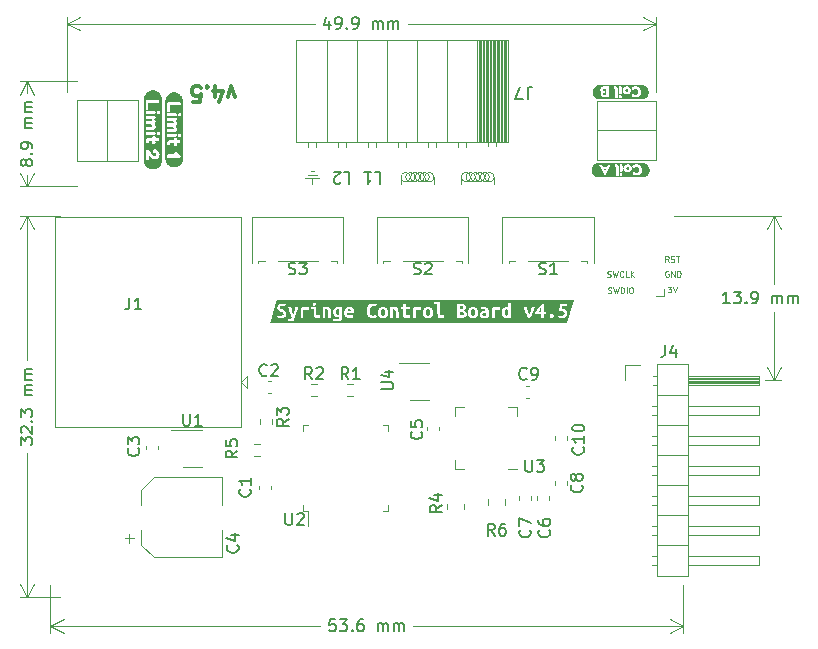
<source format=gto>
G04 #@! TF.GenerationSoftware,KiCad,Pcbnew,(5.99.0-11678-ga208dac8d8)*
G04 #@! TF.CreationDate,2021-09-02T09:18:58-04:00*
G04 #@! TF.ProjectId,syringe_board,73797269-6e67-4655-9f62-6f6172642e6b,4.5*
G04 #@! TF.SameCoordinates,Original*
G04 #@! TF.FileFunction,Legend,Top*
G04 #@! TF.FilePolarity,Positive*
%FSLAX46Y46*%
G04 Gerber Fmt 4.6, Leading zero omitted, Abs format (unit mm)*
G04 Created by KiCad (PCBNEW (5.99.0-11678-ga208dac8d8)) date 2021-09-02 09:18:58*
%MOMM*%
%LPD*%
G01*
G04 APERTURE LIST*
%ADD10C,0.120000*%
%ADD11C,0.300000*%
%ADD12C,0.050000*%
%ADD13C,0.150000*%
G04 APERTURE END LIST*
D10*
X137900000Y-79600000D02*
X137900000Y-79100000D01*
X147800000Y-79000000D02*
G75*
G03*
X147800000Y-79000000I-400000J0D01*
G01*
X146600000Y-79000000D02*
G75*
G03*
X146600000Y-79000000I-400000J0D01*
G01*
X150500000Y-79000000D02*
X150500000Y-79600000D01*
X147000000Y-79000000D02*
G75*
G03*
X147000000Y-79000000I-400000J0D01*
G01*
X145400000Y-79000000D02*
X145400000Y-79600000D01*
X147400000Y-79000000D02*
G75*
G03*
X147400000Y-79000000I-400000J0D01*
G01*
X146200000Y-79000000D02*
G75*
G03*
X146200000Y-79000000I-400000J0D01*
G01*
X138300000Y-78800000D02*
X137500000Y-78800000D01*
X137300000Y-79100000D02*
X138500000Y-79100000D01*
X151700000Y-79000000D02*
G75*
G03*
X151700000Y-79000000I-400000J0D01*
G01*
X153300000Y-79000000D02*
G75*
G03*
X153300000Y-79000000I-400000J0D01*
G01*
X151300000Y-79000000D02*
G75*
G03*
X151300000Y-79000000I-400000J0D01*
G01*
X153300000Y-79000000D02*
X153300000Y-79600000D01*
X148200000Y-79000000D02*
G75*
G03*
X148200000Y-79000000I-400000J0D01*
G01*
X152900000Y-79000000D02*
G75*
G03*
X152900000Y-79000000I-400000J0D01*
G01*
X137800000Y-78500000D02*
X138000000Y-78500000D01*
X148200000Y-79000000D02*
X148200000Y-79600000D01*
X152100000Y-79000000D02*
G75*
G03*
X152100000Y-79000000I-400000J0D01*
G01*
X152500000Y-79000000D02*
G75*
G03*
X152500000Y-79000000I-400000J0D01*
G01*
D11*
X131357142Y-72178571D02*
X131047619Y-71311904D01*
X130738095Y-72178571D01*
X129685714Y-72178571D02*
X129685714Y-71311904D01*
X129995238Y-72673809D02*
X130304761Y-71745238D01*
X129500000Y-71745238D01*
X129004761Y-71435714D02*
X128942857Y-71373809D01*
X129004761Y-71311904D01*
X129066666Y-71373809D01*
X129004761Y-71435714D01*
X129004761Y-71311904D01*
X127766666Y-72611904D02*
X128385714Y-72611904D01*
X128447619Y-71992857D01*
X128385714Y-72054761D01*
X128261904Y-72116666D01*
X127952380Y-72116666D01*
X127828571Y-72054761D01*
X127766666Y-71992857D01*
X127704761Y-71869047D01*
X127704761Y-71559523D01*
X127766666Y-71435714D01*
X127828571Y-71373809D01*
X127952380Y-71311904D01*
X128261904Y-71311904D01*
X128385714Y-71373809D01*
X128447619Y-71435714D01*
D12*
X167985128Y-88270590D02*
X168294652Y-88270590D01*
X168127985Y-88461066D01*
X168199414Y-88461066D01*
X168247033Y-88484876D01*
X168270842Y-88508685D01*
X168294652Y-88556304D01*
X168294652Y-88675352D01*
X168270842Y-88722971D01*
X168247033Y-88746780D01*
X168199414Y-88770590D01*
X168056557Y-88770590D01*
X168008938Y-88746780D01*
X167985128Y-88722971D01*
X168437509Y-88270590D02*
X168604176Y-88770590D01*
X168770842Y-88270590D01*
X168040652Y-86973600D02*
X167993033Y-86949790D01*
X167921604Y-86949790D01*
X167850176Y-86973600D01*
X167802557Y-87021219D01*
X167778747Y-87068838D01*
X167754938Y-87164076D01*
X167754938Y-87235504D01*
X167778747Y-87330742D01*
X167802557Y-87378361D01*
X167850176Y-87425980D01*
X167921604Y-87449790D01*
X167969223Y-87449790D01*
X168040652Y-87425980D01*
X168064461Y-87402171D01*
X168064461Y-87235504D01*
X167969223Y-87235504D01*
X168278747Y-87449790D02*
X168278747Y-86949790D01*
X168564461Y-87449790D01*
X168564461Y-86949790D01*
X168802557Y-87449790D02*
X168802557Y-86949790D01*
X168921604Y-86949790D01*
X168993033Y-86973600D01*
X169040652Y-87021219D01*
X169064461Y-87068838D01*
X169088271Y-87164076D01*
X169088271Y-87235504D01*
X169064461Y-87330742D01*
X169040652Y-87378361D01*
X168993033Y-87425980D01*
X168921604Y-87449790D01*
X168802557Y-87449790D01*
X162869047Y-87425980D02*
X162940476Y-87449790D01*
X163059523Y-87449790D01*
X163107142Y-87425980D01*
X163130952Y-87402171D01*
X163154761Y-87354552D01*
X163154761Y-87306933D01*
X163130952Y-87259314D01*
X163107142Y-87235504D01*
X163059523Y-87211695D01*
X162964285Y-87187885D01*
X162916666Y-87164076D01*
X162892857Y-87140266D01*
X162869047Y-87092647D01*
X162869047Y-87045028D01*
X162892857Y-86997409D01*
X162916666Y-86973600D01*
X162964285Y-86949790D01*
X163083333Y-86949790D01*
X163154761Y-86973600D01*
X163321428Y-86949790D02*
X163440476Y-87449790D01*
X163535714Y-87092647D01*
X163630952Y-87449790D01*
X163750000Y-86949790D01*
X164226190Y-87402171D02*
X164202380Y-87425980D01*
X164130952Y-87449790D01*
X164083333Y-87449790D01*
X164011904Y-87425980D01*
X163964285Y-87378361D01*
X163940476Y-87330742D01*
X163916666Y-87235504D01*
X163916666Y-87164076D01*
X163940476Y-87068838D01*
X163964285Y-87021219D01*
X164011904Y-86973600D01*
X164083333Y-86949790D01*
X164130952Y-86949790D01*
X164202380Y-86973600D01*
X164226190Y-86997409D01*
X164678571Y-87449790D02*
X164440476Y-87449790D01*
X164440476Y-86949790D01*
X164845238Y-87449790D02*
X164845238Y-86949790D01*
X165130952Y-87449790D02*
X164916666Y-87164076D01*
X165130952Y-86949790D02*
X164845238Y-87235504D01*
D13*
X140566666Y-78547619D02*
X141042857Y-78547619D01*
X141042857Y-79547619D01*
X140280952Y-79452380D02*
X140233333Y-79500000D01*
X140138095Y-79547619D01*
X139900000Y-79547619D01*
X139804761Y-79500000D01*
X139757142Y-79452380D01*
X139709523Y-79357142D01*
X139709523Y-79261904D01*
X139757142Y-79119047D01*
X140328571Y-78547619D01*
X139709523Y-78547619D01*
D12*
X162940476Y-88802380D02*
X163011904Y-88826190D01*
X163130952Y-88826190D01*
X163178571Y-88802380D01*
X163202380Y-88778571D01*
X163226190Y-88730952D01*
X163226190Y-88683333D01*
X163202380Y-88635714D01*
X163178571Y-88611904D01*
X163130952Y-88588095D01*
X163035714Y-88564285D01*
X162988095Y-88540476D01*
X162964285Y-88516666D01*
X162940476Y-88469047D01*
X162940476Y-88421428D01*
X162964285Y-88373809D01*
X162988095Y-88350000D01*
X163035714Y-88326190D01*
X163154761Y-88326190D01*
X163226190Y-88350000D01*
X163392857Y-88326190D02*
X163511904Y-88826190D01*
X163607142Y-88469047D01*
X163702380Y-88826190D01*
X163821428Y-88326190D01*
X164011904Y-88826190D02*
X164011904Y-88326190D01*
X164130952Y-88326190D01*
X164202380Y-88350000D01*
X164250000Y-88397619D01*
X164273809Y-88445238D01*
X164297619Y-88540476D01*
X164297619Y-88611904D01*
X164273809Y-88707142D01*
X164250000Y-88754761D01*
X164202380Y-88802380D01*
X164130952Y-88826190D01*
X164011904Y-88826190D01*
X164511904Y-88826190D02*
X164511904Y-88326190D01*
X164845238Y-88326190D02*
X164940476Y-88326190D01*
X164988095Y-88350000D01*
X165035714Y-88397619D01*
X165059523Y-88492857D01*
X165059523Y-88659523D01*
X165035714Y-88754761D01*
X164988095Y-88802380D01*
X164940476Y-88826190D01*
X164845238Y-88826190D01*
X164797619Y-88802380D01*
X164750000Y-88754761D01*
X164726190Y-88659523D01*
X164726190Y-88492857D01*
X164750000Y-88397619D01*
X164797619Y-88350000D01*
X164845238Y-88326190D01*
D13*
X143166666Y-78547619D02*
X143642857Y-78547619D01*
X143642857Y-79547619D01*
X142309523Y-78547619D02*
X142880952Y-78547619D01*
X142595238Y-78547619D02*
X142595238Y-79547619D01*
X142690476Y-79404761D01*
X142785714Y-79309523D01*
X142880952Y-79261904D01*
D12*
X168064461Y-86179790D02*
X167897795Y-85941695D01*
X167778747Y-86179790D02*
X167778747Y-85679790D01*
X167969223Y-85679790D01*
X168016842Y-85703600D01*
X168040652Y-85727409D01*
X168064461Y-85775028D01*
X168064461Y-85846457D01*
X168040652Y-85894076D01*
X168016842Y-85917885D01*
X167969223Y-85941695D01*
X167778747Y-85941695D01*
X168254938Y-86155980D02*
X168326366Y-86179790D01*
X168445414Y-86179790D01*
X168493033Y-86155980D01*
X168516842Y-86132171D01*
X168540652Y-86084552D01*
X168540652Y-86036933D01*
X168516842Y-85989314D01*
X168493033Y-85965504D01*
X168445414Y-85941695D01*
X168350176Y-85917885D01*
X168302557Y-85894076D01*
X168278747Y-85870266D01*
X168254938Y-85822647D01*
X168254938Y-85775028D01*
X168278747Y-85727409D01*
X168302557Y-85703600D01*
X168350176Y-85679790D01*
X168469223Y-85679790D01*
X168540652Y-85703600D01*
X168683509Y-85679790D02*
X168969223Y-85679790D01*
X168826366Y-86179790D02*
X168826366Y-85679790D01*
D13*
X113202380Y-101663096D02*
X113202380Y-101044048D01*
X113583333Y-101377381D01*
X113583333Y-101234524D01*
X113630952Y-101139286D01*
X113678571Y-101091667D01*
X113773809Y-101044048D01*
X114011904Y-101044048D01*
X114107142Y-101091667D01*
X114154761Y-101139286D01*
X114202380Y-101234524D01*
X114202380Y-101520239D01*
X114154761Y-101615477D01*
X114107142Y-101663096D01*
X113297619Y-100663096D02*
X113250000Y-100615477D01*
X113202380Y-100520239D01*
X113202380Y-100282143D01*
X113250000Y-100186905D01*
X113297619Y-100139286D01*
X113392857Y-100091667D01*
X113488095Y-100091667D01*
X113630952Y-100139286D01*
X114202380Y-100710715D01*
X114202380Y-100091667D01*
X114107142Y-99663096D02*
X114154761Y-99615477D01*
X114202380Y-99663096D01*
X114154761Y-99710715D01*
X114107142Y-99663096D01*
X114202380Y-99663096D01*
X113202380Y-99282143D02*
X113202380Y-98663096D01*
X113583333Y-98996429D01*
X113583333Y-98853572D01*
X113630952Y-98758334D01*
X113678571Y-98710715D01*
X113773809Y-98663096D01*
X114011904Y-98663096D01*
X114107142Y-98710715D01*
X114154761Y-98758334D01*
X114202380Y-98853572D01*
X114202380Y-99139286D01*
X114154761Y-99234524D01*
X114107142Y-99282143D01*
X114202380Y-97472620D02*
X113535714Y-97472620D01*
X113630952Y-97472620D02*
X113583333Y-97425001D01*
X113535714Y-97329762D01*
X113535714Y-97186905D01*
X113583333Y-97091667D01*
X113678571Y-97044048D01*
X114202380Y-97044048D01*
X113678571Y-97044048D02*
X113583333Y-96996429D01*
X113535714Y-96901191D01*
X113535714Y-96758334D01*
X113583333Y-96663096D01*
X113678571Y-96615477D01*
X114202380Y-96615477D01*
X114202380Y-96139286D02*
X113535714Y-96139286D01*
X113630952Y-96139286D02*
X113583333Y-96091667D01*
X113535714Y-95996429D01*
X113535714Y-95853572D01*
X113583333Y-95758334D01*
X113678571Y-95710715D01*
X114202380Y-95710715D01*
X113678571Y-95710715D02*
X113583333Y-95663096D01*
X113535714Y-95567858D01*
X113535714Y-95425001D01*
X113583333Y-95329762D01*
X113678571Y-95282143D01*
X114202380Y-95282143D01*
D10*
X116500000Y-82296000D02*
X113163580Y-82296000D01*
X116500000Y-114554002D02*
X113163580Y-114554002D01*
X113750000Y-82296000D02*
X113750000Y-94469048D01*
X113750000Y-102380953D02*
X113750000Y-114554002D01*
X113750000Y-82296000D02*
X113163579Y-83422504D01*
X113750000Y-82296000D02*
X114336421Y-83422504D01*
X113750000Y-114554002D02*
X114336421Y-113427498D01*
X113750000Y-114554002D02*
X113163579Y-113427498D01*
D13*
X139335214Y-65785714D02*
X139335214Y-66452380D01*
X139097119Y-65404761D02*
X138859023Y-66119047D01*
X139478071Y-66119047D01*
X139906642Y-66452380D02*
X140097119Y-66452380D01*
X140192357Y-66404761D01*
X140239976Y-66357142D01*
X140335214Y-66214285D01*
X140382833Y-66023809D01*
X140382833Y-65642857D01*
X140335214Y-65547619D01*
X140287595Y-65500000D01*
X140192357Y-65452380D01*
X140001880Y-65452380D01*
X139906642Y-65500000D01*
X139859023Y-65547619D01*
X139811404Y-65642857D01*
X139811404Y-65880952D01*
X139859023Y-65976190D01*
X139906642Y-66023809D01*
X140001880Y-66071428D01*
X140192357Y-66071428D01*
X140287595Y-66023809D01*
X140335214Y-65976190D01*
X140382833Y-65880952D01*
X140811404Y-66357142D02*
X140859023Y-66404761D01*
X140811404Y-66452380D01*
X140763785Y-66404761D01*
X140811404Y-66357142D01*
X140811404Y-66452380D01*
X141335214Y-66452380D02*
X141525690Y-66452380D01*
X141620928Y-66404761D01*
X141668547Y-66357142D01*
X141763785Y-66214285D01*
X141811404Y-66023809D01*
X141811404Y-65642857D01*
X141763785Y-65547619D01*
X141716166Y-65500000D01*
X141620928Y-65452380D01*
X141430452Y-65452380D01*
X141335214Y-65500000D01*
X141287595Y-65547619D01*
X141239976Y-65642857D01*
X141239976Y-65880952D01*
X141287595Y-65976190D01*
X141335214Y-66023809D01*
X141430452Y-66071428D01*
X141620928Y-66071428D01*
X141716166Y-66023809D01*
X141763785Y-65976190D01*
X141811404Y-65880952D01*
X143001880Y-66452380D02*
X143001880Y-65785714D01*
X143001880Y-65880952D02*
X143049500Y-65833333D01*
X143144738Y-65785714D01*
X143287595Y-65785714D01*
X143382833Y-65833333D01*
X143430452Y-65928571D01*
X143430452Y-66452380D01*
X143430452Y-65928571D02*
X143478071Y-65833333D01*
X143573309Y-65785714D01*
X143716166Y-65785714D01*
X143811404Y-65833333D01*
X143859023Y-65928571D01*
X143859023Y-66452380D01*
X144335214Y-66452380D02*
X144335214Y-65785714D01*
X144335214Y-65880952D02*
X144382833Y-65833333D01*
X144478071Y-65785714D01*
X144620928Y-65785714D01*
X144716166Y-65833333D01*
X144763785Y-65928571D01*
X144763785Y-66452380D01*
X144763785Y-65928571D02*
X144811404Y-65833333D01*
X144906642Y-65785714D01*
X145049500Y-65785714D01*
X145144738Y-65833333D01*
X145192357Y-65928571D01*
X145192357Y-66452380D01*
D10*
X117094000Y-71787000D02*
X117094000Y-65413580D01*
X167005000Y-65413580D02*
X167005000Y-71787000D01*
X117094000Y-66000000D02*
X138093548Y-66000000D01*
X146005453Y-66000000D02*
X167005000Y-66000000D01*
X117094000Y-66000000D02*
X118220504Y-66586421D01*
X117094000Y-66000000D02*
X118220504Y-65413579D01*
X167005000Y-66000000D02*
X165878496Y-65413579D01*
X167005000Y-66000000D02*
X165878496Y-66586421D01*
D13*
X139833333Y-116452380D02*
X139357142Y-116452380D01*
X139309523Y-116928571D01*
X139357142Y-116880952D01*
X139452380Y-116833333D01*
X139690476Y-116833333D01*
X139785714Y-116880952D01*
X139833333Y-116928571D01*
X139880952Y-117023809D01*
X139880952Y-117261904D01*
X139833333Y-117357142D01*
X139785714Y-117404761D01*
X139690476Y-117452380D01*
X139452380Y-117452380D01*
X139357142Y-117404761D01*
X139309523Y-117357142D01*
X140214285Y-116452380D02*
X140833333Y-116452380D01*
X140500000Y-116833333D01*
X140642857Y-116833333D01*
X140738095Y-116880952D01*
X140785714Y-116928571D01*
X140833333Y-117023809D01*
X140833333Y-117261904D01*
X140785714Y-117357142D01*
X140738095Y-117404761D01*
X140642857Y-117452380D01*
X140357142Y-117452380D01*
X140261904Y-117404761D01*
X140214285Y-117357142D01*
X141261904Y-117357142D02*
X141309523Y-117404761D01*
X141261904Y-117452380D01*
X141214285Y-117404761D01*
X141261904Y-117357142D01*
X141261904Y-117452380D01*
X142166666Y-116452380D02*
X141976190Y-116452380D01*
X141880952Y-116500000D01*
X141833333Y-116547619D01*
X141738095Y-116690476D01*
X141690476Y-116880952D01*
X141690476Y-117261904D01*
X141738095Y-117357142D01*
X141785714Y-117404761D01*
X141880952Y-117452380D01*
X142071428Y-117452380D01*
X142166666Y-117404761D01*
X142214285Y-117357142D01*
X142261904Y-117261904D01*
X142261904Y-117023809D01*
X142214285Y-116928571D01*
X142166666Y-116880952D01*
X142071428Y-116833333D01*
X141880952Y-116833333D01*
X141785714Y-116880952D01*
X141738095Y-116928571D01*
X141690476Y-117023809D01*
X143452380Y-117452380D02*
X143452380Y-116785714D01*
X143452380Y-116880952D02*
X143500000Y-116833333D01*
X143595238Y-116785714D01*
X143738095Y-116785714D01*
X143833333Y-116833333D01*
X143880952Y-116928571D01*
X143880952Y-117452380D01*
X143880952Y-116928571D02*
X143928571Y-116833333D01*
X144023809Y-116785714D01*
X144166666Y-116785714D01*
X144261904Y-116833333D01*
X144309523Y-116928571D01*
X144309523Y-117452380D01*
X144785714Y-117452380D02*
X144785714Y-116785714D01*
X144785714Y-116880952D02*
X144833333Y-116833333D01*
X144928571Y-116785714D01*
X145071428Y-116785714D01*
X145166666Y-116833333D01*
X145214285Y-116928571D01*
X145214285Y-117452380D01*
X145214285Y-116928571D02*
X145261904Y-116833333D01*
X145357142Y-116785714D01*
X145500000Y-116785714D01*
X145595238Y-116833333D01*
X145642857Y-116928571D01*
X145642857Y-117452380D01*
D10*
X169291002Y-113500000D02*
X169291002Y-117586420D01*
X115714000Y-117586420D02*
X115714000Y-113500000D01*
X169291002Y-117000000D02*
X146455953Y-117000000D01*
X138544048Y-117000000D02*
X115714000Y-117000000D01*
X169291002Y-117000000D02*
X168164498Y-116413579D01*
X169291002Y-117000000D02*
X168164498Y-117586421D01*
X115714000Y-117000000D02*
X116840504Y-117586421D01*
X115714000Y-117000000D02*
X116840504Y-116413579D01*
D13*
X173230952Y-89696379D02*
X172659523Y-89696379D01*
X172945238Y-89696379D02*
X172945238Y-88696379D01*
X172850000Y-88839237D01*
X172754761Y-88934475D01*
X172659523Y-88982094D01*
X173564285Y-88696379D02*
X174183333Y-88696379D01*
X173850000Y-89077332D01*
X173992857Y-89077332D01*
X174088095Y-89124951D01*
X174135714Y-89172570D01*
X174183333Y-89267808D01*
X174183333Y-89505903D01*
X174135714Y-89601141D01*
X174088095Y-89648760D01*
X173992857Y-89696379D01*
X173707142Y-89696379D01*
X173611904Y-89648760D01*
X173564285Y-89601141D01*
X174611904Y-89601141D02*
X174659523Y-89648760D01*
X174611904Y-89696379D01*
X174564285Y-89648760D01*
X174611904Y-89601141D01*
X174611904Y-89696379D01*
X175135714Y-89696379D02*
X175326190Y-89696379D01*
X175421428Y-89648760D01*
X175469047Y-89601141D01*
X175564285Y-89458284D01*
X175611904Y-89267808D01*
X175611904Y-88886856D01*
X175564285Y-88791618D01*
X175516666Y-88743999D01*
X175421428Y-88696379D01*
X175230952Y-88696379D01*
X175135714Y-88743999D01*
X175088095Y-88791618D01*
X175040476Y-88886856D01*
X175040476Y-89124951D01*
X175088095Y-89220189D01*
X175135714Y-89267808D01*
X175230952Y-89315427D01*
X175421428Y-89315427D01*
X175516666Y-89267808D01*
X175564285Y-89220189D01*
X175611904Y-89124951D01*
X176802380Y-89696379D02*
X176802380Y-89029713D01*
X176802380Y-89124951D02*
X176850000Y-89077332D01*
X176945238Y-89029713D01*
X177088095Y-89029713D01*
X177183333Y-89077332D01*
X177230952Y-89172570D01*
X177230952Y-89696379D01*
X177230952Y-89172570D02*
X177278571Y-89077332D01*
X177373809Y-89029713D01*
X177516666Y-89029713D01*
X177611904Y-89077332D01*
X177659523Y-89172570D01*
X177659523Y-89696379D01*
X178135714Y-89696379D02*
X178135714Y-89029713D01*
X178135714Y-89124951D02*
X178183333Y-89077332D01*
X178278571Y-89029713D01*
X178421428Y-89029713D01*
X178516666Y-89077332D01*
X178564285Y-89172570D01*
X178564285Y-89696379D01*
X178564285Y-89172570D02*
X178611904Y-89077332D01*
X178707142Y-89029713D01*
X178850000Y-89029713D01*
X178945238Y-89077332D01*
X178992857Y-89172570D01*
X178992857Y-89696379D01*
D10*
X176208000Y-96192000D02*
X177586420Y-96192000D01*
X177586420Y-82295998D02*
X168500000Y-82295998D01*
X177000000Y-96192000D02*
X177000000Y-90423999D01*
X177000000Y-88063999D02*
X177000000Y-82295998D01*
X177000000Y-96192000D02*
X177586421Y-95065496D01*
X177000000Y-96192000D02*
X176413579Y-95065496D01*
X177000000Y-82295998D02*
X176413579Y-83422502D01*
X177000000Y-82295998D02*
X177586421Y-83422502D01*
D13*
X113630952Y-77846810D02*
X113583333Y-77942048D01*
X113535714Y-77989667D01*
X113440476Y-78037286D01*
X113392857Y-78037286D01*
X113297619Y-77989667D01*
X113250000Y-77942048D01*
X113202380Y-77846810D01*
X113202380Y-77656334D01*
X113250000Y-77561096D01*
X113297619Y-77513477D01*
X113392857Y-77465858D01*
X113440476Y-77465858D01*
X113535714Y-77513477D01*
X113583333Y-77561096D01*
X113630952Y-77656334D01*
X113630952Y-77846810D01*
X113678571Y-77942048D01*
X113726190Y-77989667D01*
X113821428Y-78037286D01*
X114011904Y-78037286D01*
X114107142Y-77989667D01*
X114154761Y-77942048D01*
X114202380Y-77846810D01*
X114202380Y-77656334D01*
X114154761Y-77561096D01*
X114107142Y-77513477D01*
X114011904Y-77465858D01*
X113821428Y-77465858D01*
X113726190Y-77513477D01*
X113678571Y-77561096D01*
X113630952Y-77656334D01*
X114107142Y-77037286D02*
X114154761Y-76989667D01*
X114202380Y-77037286D01*
X114154761Y-77084905D01*
X114107142Y-77037286D01*
X114202380Y-77037286D01*
X114202380Y-76513477D02*
X114202380Y-76323001D01*
X114154761Y-76227762D01*
X114107142Y-76180143D01*
X113964285Y-76084905D01*
X113773809Y-76037286D01*
X113392857Y-76037286D01*
X113297619Y-76084905D01*
X113250000Y-76132524D01*
X113202380Y-76227762D01*
X113202380Y-76418239D01*
X113250000Y-76513477D01*
X113297619Y-76561096D01*
X113392857Y-76608715D01*
X113630952Y-76608715D01*
X113726190Y-76561096D01*
X113773809Y-76513477D01*
X113821428Y-76418239D01*
X113821428Y-76227762D01*
X113773809Y-76132524D01*
X113726190Y-76084905D01*
X113630952Y-76037286D01*
X114202380Y-74846810D02*
X113535714Y-74846810D01*
X113630952Y-74846810D02*
X113583333Y-74799191D01*
X113535714Y-74703953D01*
X113535714Y-74561096D01*
X113583333Y-74465858D01*
X113678571Y-74418239D01*
X114202380Y-74418239D01*
X113678571Y-74418239D02*
X113583333Y-74370620D01*
X113535714Y-74275381D01*
X113535714Y-74132524D01*
X113583333Y-74037286D01*
X113678571Y-73989667D01*
X114202380Y-73989667D01*
X114202380Y-73513477D02*
X113535714Y-73513477D01*
X113630952Y-73513477D02*
X113583333Y-73465858D01*
X113535714Y-73370620D01*
X113535714Y-73227762D01*
X113583333Y-73132524D01*
X113678571Y-73084905D01*
X114202380Y-73084905D01*
X113678571Y-73084905D02*
X113583333Y-73037286D01*
X113535714Y-72942048D01*
X113535714Y-72799191D01*
X113583333Y-72703953D01*
X113678571Y-72656334D01*
X114202380Y-72656334D01*
D10*
X117991000Y-79756000D02*
X113163580Y-79756000D01*
X113163580Y-70890002D02*
X117990998Y-70890002D01*
X113750000Y-79756000D02*
X113750000Y-78802763D01*
X113750000Y-71843239D02*
X113750000Y-70890002D01*
X113750000Y-79756000D02*
X114336421Y-78629496D01*
X113750000Y-79756000D02*
X113163579Y-78629496D01*
X113750000Y-70890002D02*
X113163579Y-72016506D01*
X113750000Y-70890002D02*
X114336421Y-72016506D01*
D13*
X140955733Y-96108780D02*
X140622400Y-95632590D01*
X140384304Y-96108780D02*
X140384304Y-95108780D01*
X140765257Y-95108780D01*
X140860495Y-95156400D01*
X140908114Y-95204019D01*
X140955733Y-95299257D01*
X140955733Y-95442114D01*
X140908114Y-95537352D01*
X140860495Y-95584971D01*
X140765257Y-95632590D01*
X140384304Y-95632590D01*
X141908114Y-96108780D02*
X141336685Y-96108780D01*
X141622400Y-96108780D02*
X141622400Y-95108780D01*
X141527161Y-95251638D01*
X141431923Y-95346876D01*
X141336685Y-95394495D01*
X156313142Y-108886666D02*
X156360761Y-108934285D01*
X156408380Y-109077142D01*
X156408380Y-109172380D01*
X156360761Y-109315238D01*
X156265523Y-109410476D01*
X156170285Y-109458095D01*
X155979809Y-109505714D01*
X155836952Y-109505714D01*
X155646476Y-109458095D01*
X155551238Y-109410476D01*
X155456000Y-109315238D01*
X155408380Y-109172380D01*
X155408380Y-109077142D01*
X155456000Y-108934285D01*
X155503619Y-108886666D01*
X155408380Y-108553333D02*
X155408380Y-107886666D01*
X156408380Y-108315238D01*
X147118342Y-100547466D02*
X147165961Y-100595085D01*
X147213580Y-100737942D01*
X147213580Y-100833180D01*
X147165961Y-100976038D01*
X147070723Y-101071276D01*
X146975485Y-101118895D01*
X146785009Y-101166514D01*
X146642152Y-101166514D01*
X146451676Y-101118895D01*
X146356438Y-101071276D01*
X146261200Y-100976038D01*
X146213580Y-100833180D01*
X146213580Y-100737942D01*
X146261200Y-100595085D01*
X146308819Y-100547466D01*
X146213580Y-99642704D02*
X146213580Y-100118895D01*
X146689771Y-100166514D01*
X146642152Y-100118895D01*
X146594533Y-100023657D01*
X146594533Y-99785561D01*
X146642152Y-99690323D01*
X146689771Y-99642704D01*
X146785009Y-99595085D01*
X147023104Y-99595085D01*
X147118342Y-99642704D01*
X147165961Y-99690323D01*
X147213580Y-99785561D01*
X147213580Y-100023657D01*
X147165961Y-100118895D01*
X147118342Y-100166514D01*
X153333333Y-109352380D02*
X153000000Y-108876190D01*
X152761904Y-109352380D02*
X152761904Y-108352380D01*
X153142857Y-108352380D01*
X153238095Y-108400000D01*
X153285714Y-108447619D01*
X153333333Y-108542857D01*
X153333333Y-108685714D01*
X153285714Y-108780952D01*
X153238095Y-108828571D01*
X153142857Y-108876190D01*
X152761904Y-108876190D01*
X154190476Y-108352380D02*
X154000000Y-108352380D01*
X153904761Y-108400000D01*
X153857142Y-108447619D01*
X153761904Y-108590476D01*
X153714285Y-108780952D01*
X153714285Y-109161904D01*
X153761904Y-109257142D01*
X153809523Y-109304761D01*
X153904761Y-109352380D01*
X154095238Y-109352380D01*
X154190476Y-109304761D01*
X154238095Y-109257142D01*
X154285714Y-109161904D01*
X154285714Y-108923809D01*
X154238095Y-108828571D01*
X154190476Y-108780952D01*
X154095238Y-108733333D01*
X153904761Y-108733333D01*
X153809523Y-108780952D01*
X153761904Y-108828571D01*
X153714285Y-108923809D01*
X160813642Y-101870607D02*
X160861261Y-101918226D01*
X160908880Y-102061083D01*
X160908880Y-102156321D01*
X160861261Y-102299178D01*
X160766023Y-102394416D01*
X160670785Y-102442035D01*
X160480309Y-102489654D01*
X160337452Y-102489654D01*
X160146976Y-102442035D01*
X160051738Y-102394416D01*
X159956500Y-102299178D01*
X159908880Y-102156321D01*
X159908880Y-102061083D01*
X159956500Y-101918226D01*
X160004119Y-101870607D01*
X160908880Y-100918226D02*
X160908880Y-101489654D01*
X160908880Y-101203940D02*
X159908880Y-101203940D01*
X160051738Y-101299178D01*
X160146976Y-101394416D01*
X160194595Y-101489654D01*
X159908880Y-100299178D02*
X159908880Y-100203940D01*
X159956500Y-100108702D01*
X160004119Y-100061083D01*
X160099357Y-100013464D01*
X160289833Y-99965845D01*
X160527928Y-99965845D01*
X160718404Y-100013464D01*
X160813642Y-100061083D01*
X160861261Y-100108702D01*
X160908880Y-100203940D01*
X160908880Y-100299178D01*
X160861261Y-100394416D01*
X160813642Y-100442035D01*
X160718404Y-100489654D01*
X160527928Y-100537273D01*
X160289833Y-100537273D01*
X160099357Y-100489654D01*
X160004119Y-100442035D01*
X159956500Y-100394416D01*
X159908880Y-100299178D01*
X131557142Y-110166666D02*
X131604761Y-110214285D01*
X131652380Y-110357142D01*
X131652380Y-110452380D01*
X131604761Y-110595238D01*
X131509523Y-110690476D01*
X131414285Y-110738095D01*
X131223809Y-110785714D01*
X131080952Y-110785714D01*
X130890476Y-110738095D01*
X130795238Y-110690476D01*
X130700000Y-110595238D01*
X130652380Y-110452380D01*
X130652380Y-110357142D01*
X130700000Y-110214285D01*
X130747619Y-110166666D01*
X130985714Y-109309523D02*
X131652380Y-109309523D01*
X130604761Y-109547619D02*
X131319047Y-109785714D01*
X131319047Y-109166666D01*
X137856933Y-96108780D02*
X137523600Y-95632590D01*
X137285504Y-96108780D02*
X137285504Y-95108780D01*
X137666457Y-95108780D01*
X137761695Y-95156400D01*
X137809314Y-95204019D01*
X137856933Y-95299257D01*
X137856933Y-95442114D01*
X137809314Y-95537352D01*
X137761695Y-95584971D01*
X137666457Y-95632590D01*
X137285504Y-95632590D01*
X138237885Y-95204019D02*
X138285504Y-95156400D01*
X138380742Y-95108780D01*
X138618838Y-95108780D01*
X138714076Y-95156400D01*
X138761695Y-95204019D01*
X138809314Y-95299257D01*
X138809314Y-95394495D01*
X138761695Y-95537352D01*
X138190266Y-96108780D01*
X138809314Y-96108780D01*
X148852380Y-106766666D02*
X148376190Y-107100000D01*
X148852380Y-107338095D02*
X147852380Y-107338095D01*
X147852380Y-106957142D01*
X147900000Y-106861904D01*
X147947619Y-106814285D01*
X148042857Y-106766666D01*
X148185714Y-106766666D01*
X148280952Y-106814285D01*
X148328571Y-106861904D01*
X148376190Y-106957142D01*
X148376190Y-107338095D01*
X148185714Y-105909523D02*
X148852380Y-105909523D01*
X147804761Y-106147619D02*
X148519047Y-106385714D01*
X148519047Y-105766666D01*
X155938095Y-102952380D02*
X155938095Y-103761904D01*
X155985714Y-103857142D01*
X156033333Y-103904761D01*
X156128571Y-103952380D01*
X156319047Y-103952380D01*
X156414285Y-103904761D01*
X156461904Y-103857142D01*
X156509523Y-103761904D01*
X156509523Y-102952380D01*
X156890476Y-102952380D02*
X157509523Y-102952380D01*
X157176190Y-103333333D01*
X157319047Y-103333333D01*
X157414285Y-103380952D01*
X157461904Y-103428571D01*
X157509523Y-103523809D01*
X157509523Y-103761904D01*
X157461904Y-103857142D01*
X157414285Y-103904761D01*
X157319047Y-103952380D01*
X157033333Y-103952380D01*
X156938095Y-103904761D01*
X156890476Y-103857142D01*
X157938742Y-108886666D02*
X157986361Y-108934285D01*
X158033980Y-109077142D01*
X158033980Y-109172380D01*
X157986361Y-109315238D01*
X157891123Y-109410476D01*
X157795885Y-109458095D01*
X157605409Y-109505714D01*
X157462552Y-109505714D01*
X157272076Y-109458095D01*
X157176838Y-109410476D01*
X157081600Y-109315238D01*
X157033980Y-109172380D01*
X157033980Y-109077142D01*
X157081600Y-108934285D01*
X157129219Y-108886666D01*
X157033980Y-108029523D02*
X157033980Y-108220000D01*
X157081600Y-108315238D01*
X157129219Y-108362857D01*
X157272076Y-108458095D01*
X157462552Y-108505714D01*
X157843504Y-108505714D01*
X157938742Y-108458095D01*
X157986361Y-108410476D01*
X158033980Y-108315238D01*
X158033980Y-108124761D01*
X157986361Y-108029523D01*
X157938742Y-107981904D01*
X157843504Y-107934285D01*
X157605409Y-107934285D01*
X157510171Y-107981904D01*
X157462552Y-108029523D01*
X157414933Y-108124761D01*
X157414933Y-108315238D01*
X157462552Y-108410476D01*
X157510171Y-108458095D01*
X157605409Y-108505714D01*
X156033333Y-96057142D02*
X155985714Y-96104761D01*
X155842857Y-96152380D01*
X155747619Y-96152380D01*
X155604761Y-96104761D01*
X155509523Y-96009523D01*
X155461904Y-95914285D01*
X155414285Y-95723809D01*
X155414285Y-95580952D01*
X155461904Y-95390476D01*
X155509523Y-95295238D01*
X155604761Y-95200000D01*
X155747619Y-95152380D01*
X155842857Y-95152380D01*
X155985714Y-95200000D01*
X156033333Y-95247619D01*
X156509523Y-96152380D02*
X156700000Y-96152380D01*
X156795238Y-96104761D01*
X156842857Y-96057142D01*
X156938095Y-95914285D01*
X156985714Y-95723809D01*
X156985714Y-95342857D01*
X156938095Y-95247619D01*
X156890476Y-95200000D01*
X156795238Y-95152380D01*
X156604761Y-95152380D01*
X156509523Y-95200000D01*
X156461904Y-95247619D01*
X156414285Y-95342857D01*
X156414285Y-95580952D01*
X156461904Y-95676190D01*
X156509523Y-95723809D01*
X156604761Y-95771428D01*
X156795238Y-95771428D01*
X156890476Y-95723809D01*
X156938095Y-95676190D01*
X156985714Y-95580952D01*
X160690642Y-105076666D02*
X160738261Y-105124285D01*
X160785880Y-105267142D01*
X160785880Y-105362380D01*
X160738261Y-105505238D01*
X160643023Y-105600476D01*
X160547785Y-105648095D01*
X160357309Y-105695714D01*
X160214452Y-105695714D01*
X160023976Y-105648095D01*
X159928738Y-105600476D01*
X159833500Y-105505238D01*
X159785880Y-105362380D01*
X159785880Y-105267142D01*
X159833500Y-105124285D01*
X159881119Y-105076666D01*
X160214452Y-104505238D02*
X160166833Y-104600476D01*
X160119214Y-104648095D01*
X160023976Y-104695714D01*
X159976357Y-104695714D01*
X159881119Y-104648095D01*
X159833500Y-104600476D01*
X159785880Y-104505238D01*
X159785880Y-104314761D01*
X159833500Y-104219523D01*
X159881119Y-104171904D01*
X159976357Y-104124285D01*
X160023976Y-104124285D01*
X160119214Y-104171904D01*
X160166833Y-104219523D01*
X160214452Y-104314761D01*
X160214452Y-104505238D01*
X160262071Y-104600476D01*
X160309690Y-104648095D01*
X160404928Y-104695714D01*
X160595404Y-104695714D01*
X160690642Y-104648095D01*
X160738261Y-104600476D01*
X160785880Y-104505238D01*
X160785880Y-104314761D01*
X160738261Y-104219523D01*
X160690642Y-104171904D01*
X160595404Y-104124285D01*
X160404928Y-104124285D01*
X160309690Y-104171904D01*
X160262071Y-104219523D01*
X160214452Y-104314761D01*
X157088095Y-87184761D02*
X157230952Y-87232380D01*
X157469047Y-87232380D01*
X157564285Y-87184761D01*
X157611904Y-87137142D01*
X157659523Y-87041904D01*
X157659523Y-86946666D01*
X157611904Y-86851428D01*
X157564285Y-86803809D01*
X157469047Y-86756190D01*
X157278571Y-86708571D01*
X157183333Y-86660952D01*
X157135714Y-86613333D01*
X157088095Y-86518095D01*
X157088095Y-86422857D01*
X157135714Y-86327619D01*
X157183333Y-86280000D01*
X157278571Y-86232380D01*
X157516666Y-86232380D01*
X157659523Y-86280000D01*
X158611904Y-87232380D02*
X158040476Y-87232380D01*
X158326190Y-87232380D02*
X158326190Y-86232380D01*
X158230952Y-86375238D01*
X158135714Y-86470476D01*
X158040476Y-86518095D01*
X143752380Y-96961904D02*
X144561904Y-96961904D01*
X144657142Y-96914285D01*
X144704761Y-96866666D01*
X144752380Y-96771428D01*
X144752380Y-96580952D01*
X144704761Y-96485714D01*
X144657142Y-96438095D01*
X144561904Y-96390476D01*
X143752380Y-96390476D01*
X144085714Y-95485714D02*
X144752380Y-95485714D01*
X143704761Y-95723809D02*
X144419047Y-95961904D01*
X144419047Y-95342857D01*
X135882380Y-99466666D02*
X135406190Y-99800000D01*
X135882380Y-100038095D02*
X134882380Y-100038095D01*
X134882380Y-99657142D01*
X134930000Y-99561904D01*
X134977619Y-99514285D01*
X135072857Y-99466666D01*
X135215714Y-99466666D01*
X135310952Y-99514285D01*
X135358571Y-99561904D01*
X135406190Y-99657142D01*
X135406190Y-100038095D01*
X134882380Y-99133333D02*
X134882380Y-98514285D01*
X135263333Y-98847619D01*
X135263333Y-98704761D01*
X135310952Y-98609523D01*
X135358571Y-98561904D01*
X135453809Y-98514285D01*
X135691904Y-98514285D01*
X135787142Y-98561904D01*
X135834761Y-98609523D01*
X135882380Y-98704761D01*
X135882380Y-98990476D01*
X135834761Y-99085714D01*
X135787142Y-99133333D01*
X135610695Y-107453180D02*
X135610695Y-108262704D01*
X135658314Y-108357942D01*
X135705933Y-108405561D01*
X135801171Y-108453180D01*
X135991647Y-108453180D01*
X136086885Y-108405561D01*
X136134504Y-108357942D01*
X136182123Y-108262704D01*
X136182123Y-107453180D01*
X136610695Y-107548419D02*
X136658314Y-107500800D01*
X136753552Y-107453180D01*
X136991647Y-107453180D01*
X137086885Y-107500800D01*
X137134504Y-107548419D01*
X137182123Y-107643657D01*
X137182123Y-107738895D01*
X137134504Y-107881752D01*
X136563076Y-108453180D01*
X137182123Y-108453180D01*
X167763866Y-93229180D02*
X167763866Y-93943466D01*
X167716247Y-94086323D01*
X167621009Y-94181561D01*
X167478152Y-94229180D01*
X167382914Y-94229180D01*
X168668628Y-93562514D02*
X168668628Y-94229180D01*
X168430533Y-93181561D02*
X168192438Y-93895847D01*
X168811485Y-93895847D01*
X135888095Y-87184761D02*
X136030952Y-87232380D01*
X136269047Y-87232380D01*
X136364285Y-87184761D01*
X136411904Y-87137142D01*
X136459523Y-87041904D01*
X136459523Y-86946666D01*
X136411904Y-86851428D01*
X136364285Y-86803809D01*
X136269047Y-86756190D01*
X136078571Y-86708571D01*
X135983333Y-86660952D01*
X135935714Y-86613333D01*
X135888095Y-86518095D01*
X135888095Y-86422857D01*
X135935714Y-86327619D01*
X135983333Y-86280000D01*
X136078571Y-86232380D01*
X136316666Y-86232380D01*
X136459523Y-86280000D01*
X136792857Y-86232380D02*
X137411904Y-86232380D01*
X137078571Y-86613333D01*
X137221428Y-86613333D01*
X137316666Y-86660952D01*
X137364285Y-86708571D01*
X137411904Y-86803809D01*
X137411904Y-87041904D01*
X137364285Y-87137142D01*
X137316666Y-87184761D01*
X137221428Y-87232380D01*
X136935714Y-87232380D01*
X136840476Y-87184761D01*
X136792857Y-87137142D01*
X156133333Y-72347619D02*
X156133333Y-71633333D01*
X156180952Y-71490476D01*
X156276190Y-71395238D01*
X156419047Y-71347619D01*
X156514285Y-71347619D01*
X155752380Y-72347619D02*
X155085714Y-72347619D01*
X155514285Y-71347619D01*
X132589542Y-105424266D02*
X132637161Y-105471885D01*
X132684780Y-105614742D01*
X132684780Y-105709980D01*
X132637161Y-105852838D01*
X132541923Y-105948076D01*
X132446685Y-105995695D01*
X132256209Y-106043314D01*
X132113352Y-106043314D01*
X131922876Y-105995695D01*
X131827638Y-105948076D01*
X131732400Y-105852838D01*
X131684780Y-105709980D01*
X131684780Y-105614742D01*
X131732400Y-105471885D01*
X131780019Y-105424266D01*
X132684780Y-104471885D02*
X132684780Y-105043314D01*
X132684780Y-104757600D02*
X131684780Y-104757600D01*
X131827638Y-104852838D01*
X131922876Y-104948076D01*
X131970495Y-105043314D01*
X123157142Y-101966666D02*
X123204761Y-102014285D01*
X123252380Y-102157142D01*
X123252380Y-102252380D01*
X123204761Y-102395238D01*
X123109523Y-102490476D01*
X123014285Y-102538095D01*
X122823809Y-102585714D01*
X122680952Y-102585714D01*
X122490476Y-102538095D01*
X122395238Y-102490476D01*
X122300000Y-102395238D01*
X122252380Y-102252380D01*
X122252380Y-102157142D01*
X122300000Y-102014285D01*
X122347619Y-101966666D01*
X122252380Y-101633333D02*
X122252380Y-101014285D01*
X122633333Y-101347619D01*
X122633333Y-101204761D01*
X122680952Y-101109523D01*
X122728571Y-101061904D01*
X122823809Y-101014285D01*
X123061904Y-101014285D01*
X123157142Y-101061904D01*
X123204761Y-101109523D01*
X123252380Y-101204761D01*
X123252380Y-101490476D01*
X123204761Y-101585714D01*
X123157142Y-101633333D01*
X126968095Y-99052380D02*
X126968095Y-99861904D01*
X127015714Y-99957142D01*
X127063333Y-100004761D01*
X127158571Y-100052380D01*
X127349047Y-100052380D01*
X127444285Y-100004761D01*
X127491904Y-99957142D01*
X127539523Y-99861904D01*
X127539523Y-99052380D01*
X128539523Y-100052380D02*
X127968095Y-100052380D01*
X128253809Y-100052380D02*
X128253809Y-99052380D01*
X128158571Y-99195238D01*
X128063333Y-99290476D01*
X127968095Y-99338095D01*
X131552380Y-102166666D02*
X131076190Y-102500000D01*
X131552380Y-102738095D02*
X130552380Y-102738095D01*
X130552380Y-102357142D01*
X130600000Y-102261904D01*
X130647619Y-102214285D01*
X130742857Y-102166666D01*
X130885714Y-102166666D01*
X130980952Y-102214285D01*
X131028571Y-102261904D01*
X131076190Y-102357142D01*
X131076190Y-102738095D01*
X130552380Y-101261904D02*
X130552380Y-101738095D01*
X131028571Y-101785714D01*
X130980952Y-101738095D01*
X130933333Y-101642857D01*
X130933333Y-101404761D01*
X130980952Y-101309523D01*
X131028571Y-101261904D01*
X131123809Y-101214285D01*
X131361904Y-101214285D01*
X131457142Y-101261904D01*
X131504761Y-101309523D01*
X131552380Y-101404761D01*
X131552380Y-101642857D01*
X131504761Y-101738095D01*
X131457142Y-101785714D01*
X134033333Y-95757142D02*
X133985714Y-95804761D01*
X133842857Y-95852380D01*
X133747619Y-95852380D01*
X133604761Y-95804761D01*
X133509523Y-95709523D01*
X133461904Y-95614285D01*
X133414285Y-95423809D01*
X133414285Y-95280952D01*
X133461904Y-95090476D01*
X133509523Y-94995238D01*
X133604761Y-94900000D01*
X133747619Y-94852380D01*
X133842857Y-94852380D01*
X133985714Y-94900000D01*
X134033333Y-94947619D01*
X134414285Y-94947619D02*
X134461904Y-94900000D01*
X134557142Y-94852380D01*
X134795238Y-94852380D01*
X134890476Y-94900000D01*
X134938095Y-94947619D01*
X134985714Y-95042857D01*
X134985714Y-95138095D01*
X134938095Y-95280952D01*
X134366666Y-95852380D01*
X134985714Y-95852380D01*
X146488095Y-87184761D02*
X146630952Y-87232380D01*
X146869047Y-87232380D01*
X146964285Y-87184761D01*
X147011904Y-87137142D01*
X147059523Y-87041904D01*
X147059523Y-86946666D01*
X147011904Y-86851428D01*
X146964285Y-86803809D01*
X146869047Y-86756190D01*
X146678571Y-86708571D01*
X146583333Y-86660952D01*
X146535714Y-86613333D01*
X146488095Y-86518095D01*
X146488095Y-86422857D01*
X146535714Y-86327619D01*
X146583333Y-86280000D01*
X146678571Y-86232380D01*
X146916666Y-86232380D01*
X147059523Y-86280000D01*
X147440476Y-86327619D02*
X147488095Y-86280000D01*
X147583333Y-86232380D01*
X147821428Y-86232380D01*
X147916666Y-86280000D01*
X147964285Y-86327619D01*
X148011904Y-86422857D01*
X148011904Y-86518095D01*
X147964285Y-86660952D01*
X147392857Y-87232380D01*
X148011904Y-87232380D01*
X122416666Y-89202380D02*
X122416666Y-89916666D01*
X122369047Y-90059523D01*
X122273809Y-90154761D01*
X122130952Y-90202380D01*
X122035714Y-90202380D01*
X123416666Y-90202380D02*
X122845238Y-90202380D01*
X123130952Y-90202380D02*
X123130952Y-89202380D01*
X123035714Y-89345238D01*
X122940476Y-89440476D01*
X122845238Y-89488095D01*
D10*
X141334258Y-97523137D02*
X140859742Y-97523137D01*
X141334258Y-96478137D02*
X140859742Y-96478137D01*
X155378500Y-106320580D02*
X155378500Y-106039420D01*
X156398500Y-106320580D02*
X156398500Y-106039420D01*
X148610000Y-100440580D02*
X148610000Y-100159420D01*
X147590000Y-100440580D02*
X147590000Y-100159420D01*
X154235000Y-106727064D02*
X154235000Y-106272936D01*
X152765000Y-106727064D02*
X152765000Y-106272936D01*
X159446500Y-101240580D02*
X159446500Y-100959420D01*
X158426500Y-101240580D02*
X158426500Y-100959420D01*
X123390000Y-110143163D02*
X124454437Y-111207600D01*
X130210000Y-104387600D02*
X130210000Y-106737600D01*
X124454437Y-104387600D02*
X130210000Y-104387600D01*
X123390000Y-105452037D02*
X124454437Y-104387600D01*
X122406250Y-109203850D02*
X122406250Y-109991350D01*
X123390000Y-105452037D02*
X123390000Y-106737600D01*
X130210000Y-111207600D02*
X130210000Y-108857600D01*
X124454437Y-111207600D02*
X130210000Y-111207600D01*
X123390000Y-110143163D02*
X123390000Y-108857600D01*
X122012500Y-109597600D02*
X122800000Y-109597600D01*
X137811742Y-96478137D02*
X138286258Y-96478137D01*
X137811742Y-97523137D02*
X138286258Y-97523137D01*
X149277400Y-106656136D02*
X149277400Y-107110264D01*
X150747400Y-106656136D02*
X150747400Y-107110264D01*
X154471500Y-98490000D02*
X155196500Y-98490000D01*
X149976500Y-103710000D02*
X149976500Y-102985000D01*
X150701500Y-98490000D02*
X149976500Y-98490000D01*
X150701500Y-103710000D02*
X149976500Y-103710000D01*
X155196500Y-98490000D02*
X155196500Y-99215000D01*
X149976500Y-98490000D02*
X149976500Y-99215000D01*
X154471500Y-103710000D02*
X155196500Y-103710000D01*
X157922500Y-106039420D02*
X157922500Y-106320580D01*
X156902500Y-106039420D02*
X156902500Y-106320580D01*
X156283080Y-97673000D02*
X156001920Y-97673000D01*
X156283080Y-96653000D02*
X156001920Y-96653000D01*
X158426500Y-105050580D02*
X158426500Y-104769420D01*
X159446500Y-105050580D02*
X159446500Y-104769420D01*
X154510000Y-86070000D02*
X154510000Y-86300000D01*
X154510000Y-86070000D02*
X155050000Y-86070000D01*
X153990000Y-82400000D02*
X153990000Y-86300000D01*
X161190000Y-86070000D02*
X161190000Y-86300000D01*
X153990000Y-82400000D02*
X161710000Y-82400000D01*
X160650000Y-86070000D02*
X161190000Y-86070000D01*
X156150000Y-86070000D02*
X159550000Y-86070000D01*
X161710000Y-82400000D02*
X161710000Y-86300000D01*
G36*
X162792230Y-72021615D02*
G01*
X162614430Y-72021615D01*
X162551565Y-72008915D01*
X162530610Y-71964465D01*
X162534420Y-71918745D01*
X162595380Y-71892075D01*
X162673485Y-71874295D01*
X162696980Y-71801270D01*
X162674120Y-71728245D01*
X162605540Y-71710465D01*
X162534420Y-71700305D01*
X162510925Y-71674905D01*
X162503940Y-71626645D01*
X162523942Y-71561875D01*
X162583950Y-71540285D01*
X162792230Y-71540285D01*
X162792230Y-72021615D01*
G37*
G36*
X162167001Y-72401398D02*
G01*
X162108339Y-72392697D01*
X162050812Y-72378287D01*
X161994975Y-72358308D01*
X161941364Y-72332952D01*
X161890498Y-72302464D01*
X161842864Y-72267137D01*
X161798923Y-72227311D01*
X161759097Y-72183369D01*
X161723769Y-72135736D01*
X161693281Y-72084869D01*
X161667925Y-72031259D01*
X161647946Y-71975421D01*
X161633537Y-71917895D01*
X161624835Y-71859233D01*
X161621925Y-71800000D01*
X161624835Y-71740767D01*
X161633537Y-71682105D01*
X161647946Y-71624579D01*
X161651751Y-71613945D01*
X162279150Y-71613945D01*
X162287476Y-71685206D01*
X162312452Y-71751669D01*
X162354080Y-71813335D01*
X162317885Y-71886678D01*
X162305820Y-71967005D01*
X162314992Y-72040383D01*
X162342509Y-72106423D01*
X162388370Y-72165125D01*
X162445097Y-72210281D01*
X162510290Y-72237374D01*
X162583950Y-72246405D01*
X162903990Y-72246405D01*
X162969395Y-72237833D01*
X163003050Y-72212115D01*
X163015115Y-72179095D01*
X163017020Y-72134645D01*
X163017020Y-71429795D01*
X163016434Y-71424715D01*
X163408180Y-71424715D01*
X163433580Y-71514885D01*
X163455170Y-71525680D01*
X163490095Y-71527585D01*
X163523750Y-71539650D01*
X163531370Y-71597435D01*
X163531370Y-72185445D01*
X163533275Y-72229895D01*
X163545340Y-72264185D01*
X163578995Y-72289903D01*
X163641860Y-72298475D01*
X163707265Y-72289903D01*
X163740920Y-72264185D01*
X163751715Y-72230530D01*
X163753620Y-72186715D01*
X163753620Y-72184175D01*
X163855220Y-72184175D01*
X163857125Y-72227990D01*
X163869190Y-72261645D01*
X163901575Y-72287363D01*
X163965710Y-72295935D01*
X164031115Y-72287363D01*
X164064770Y-72261645D01*
X164075565Y-72229260D01*
X164077470Y-72185445D01*
X164075565Y-72141630D01*
X164064135Y-72107975D01*
X164050513Y-72097180D01*
X164922020Y-72097180D01*
X164955040Y-72157505D01*
X164990600Y-72180365D01*
X165021080Y-72198145D01*
X165114425Y-72235610D01*
X165175544Y-72249421D01*
X165235710Y-72254025D01*
X165319389Y-72246405D01*
X165402786Y-72223545D01*
X165485900Y-72185445D01*
X165548289Y-72145599D01*
X165603375Y-72097180D01*
X165650206Y-72037490D01*
X165687830Y-71963830D01*
X165712595Y-71878581D01*
X165720850Y-71784125D01*
X165712436Y-71688716D01*
X165687195Y-71600610D01*
X165648936Y-71523775D01*
X165601470Y-71462180D01*
X165546066Y-71412332D01*
X165483995Y-71370740D01*
X165419543Y-71338672D01*
X165356995Y-71317400D01*
X165295718Y-71305494D01*
X165235075Y-71301525D01*
X165173639Y-71306605D01*
X165109980Y-71321845D01*
X165024255Y-71354865D01*
X164980440Y-71381535D01*
X164940435Y-71413285D01*
X164923290Y-71457735D01*
X164951230Y-71528855D01*
X164995363Y-71582195D01*
X165036320Y-71599975D01*
X165097280Y-71574575D01*
X165120140Y-71558065D01*
X165170305Y-71537745D01*
X165244600Y-71527585D01*
X165326833Y-71541555D01*
X165405890Y-71583465D01*
X165470660Y-71663475D01*
X165489710Y-71717609D01*
X165496060Y-71778410D01*
X165489710Y-71839211D01*
X165470660Y-71893345D01*
X165407160Y-71972085D01*
X165326515Y-72014948D01*
X165244600Y-72029235D01*
X165164590Y-72018440D01*
X165102360Y-71986055D01*
X165037590Y-71958115D01*
X164995680Y-71975260D01*
X164948690Y-72026695D01*
X164922020Y-72097180D01*
X164050513Y-72097180D01*
X164030480Y-72081305D01*
X163966345Y-72073685D01*
X163902210Y-72081305D01*
X163868555Y-72107340D01*
X163857125Y-72140360D01*
X163855220Y-72184175D01*
X163753620Y-72184175D01*
X163753620Y-71582195D01*
X163744730Y-71464720D01*
X163731500Y-71424715D01*
X163855220Y-71424715D01*
X163855220Y-71869215D01*
X163856490Y-71906045D01*
X163879350Y-71960655D01*
X163965710Y-71982245D01*
X164031115Y-71973990D01*
X164064770Y-71949225D01*
X164075565Y-71915570D01*
X164077470Y-71871755D01*
X164077470Y-71649505D01*
X164160020Y-71649505D01*
X164171732Y-71745108D01*
X164206869Y-71828716D01*
X164265430Y-71900330D01*
X164339231Y-71955011D01*
X164420088Y-71987819D01*
X164508000Y-71998755D01*
X164596053Y-71987748D01*
X164677333Y-71954728D01*
X164751840Y-71899695D01*
X164811107Y-71827728D01*
X164846667Y-71743908D01*
X164858520Y-71648235D01*
X164845026Y-71551874D01*
X164804545Y-71465990D01*
X164744379Y-71395187D01*
X164671830Y-71344070D01*
X164591820Y-71313114D01*
X164509270Y-71302795D01*
X164426879Y-71312479D01*
X164347345Y-71341530D01*
X164275114Y-71391060D01*
X164214630Y-71462180D01*
X164173673Y-71549969D01*
X164160020Y-71649505D01*
X164077470Y-71649505D01*
X164077470Y-71425985D01*
X164075565Y-71381535D01*
X164064770Y-71348515D01*
X164031433Y-71322797D01*
X163966980Y-71314225D01*
X163901892Y-71322480D01*
X163869190Y-71347245D01*
X163857125Y-71380900D01*
X163855220Y-71424715D01*
X163731500Y-71424715D01*
X163718060Y-71384075D01*
X163671705Y-71341847D01*
X163591060Y-71319305D01*
X163489460Y-71313590D01*
X163433580Y-71326925D01*
X163414530Y-71360262D01*
X163408180Y-71424715D01*
X163016434Y-71424715D01*
X163009400Y-71363755D01*
X162975745Y-71327560D01*
X162905260Y-71315495D01*
X162571250Y-71315495D01*
X162494838Y-71325020D01*
X162426470Y-71353595D01*
X162366145Y-71401220D01*
X162318943Y-71462956D01*
X162289945Y-71533864D01*
X162279150Y-71613945D01*
X161651751Y-71613945D01*
X161667925Y-71568741D01*
X161693281Y-71515131D01*
X161723769Y-71464264D01*
X161759097Y-71416631D01*
X161798923Y-71372689D01*
X161842864Y-71332863D01*
X161890498Y-71297536D01*
X161941364Y-71267048D01*
X161994975Y-71241692D01*
X162050812Y-71221713D01*
X162108339Y-71207303D01*
X162167001Y-71198602D01*
X162226233Y-71195692D01*
X165773767Y-71195692D01*
X165832999Y-71198602D01*
X165891661Y-71207303D01*
X165949188Y-71221713D01*
X166005025Y-71241692D01*
X166058636Y-71267048D01*
X166109502Y-71297536D01*
X166157136Y-71332863D01*
X166201077Y-71372689D01*
X166240903Y-71416631D01*
X166276231Y-71464264D01*
X166306719Y-71515131D01*
X166332075Y-71568741D01*
X166352054Y-71624579D01*
X166366463Y-71682105D01*
X166375165Y-71740767D01*
X166378075Y-71800000D01*
X166375165Y-71859233D01*
X166366463Y-71917895D01*
X166352054Y-71975421D01*
X166332075Y-72031259D01*
X166306719Y-72084869D01*
X166276231Y-72135736D01*
X166240903Y-72183369D01*
X166201077Y-72227311D01*
X166157136Y-72267137D01*
X166109502Y-72302464D01*
X166058636Y-72332952D01*
X166005025Y-72358308D01*
X165949188Y-72378287D01*
X165891661Y-72392697D01*
X165832999Y-72401398D01*
X165773767Y-72404308D01*
X162226233Y-72404308D01*
X162167001Y-72401398D01*
G37*
G36*
X164593090Y-71557430D02*
G01*
X164623570Y-71596165D01*
X164633730Y-71650140D01*
X164623888Y-71704274D01*
X164594360Y-71743485D01*
X164509270Y-71775235D01*
X164424180Y-71744755D01*
X164394653Y-71706337D01*
X164384810Y-71652045D01*
X164395288Y-71597435D01*
X164426720Y-71558065D01*
X164510540Y-71526315D01*
X164593090Y-71557430D01*
G37*
X147000000Y-97860000D02*
X147800000Y-97860000D01*
X147000000Y-94740000D02*
X147800000Y-94740000D01*
X147000000Y-97860000D02*
X146200000Y-97860000D01*
X147000000Y-94740000D02*
X145200000Y-94740000D01*
X134522500Y-99462742D02*
X134522500Y-99937258D01*
X133477500Y-99462742D02*
X133477500Y-99937258D01*
X144326000Y-100022000D02*
X143876000Y-100022000D01*
X137556000Y-107242000D02*
X137556000Y-108532000D01*
X144326000Y-100472000D02*
X144326000Y-100022000D01*
X137106000Y-107242000D02*
X137556000Y-107242000D01*
X144326000Y-106792000D02*
X144326000Y-107242000D01*
X137106000Y-100022000D02*
X137556000Y-100022000D01*
X137106000Y-106792000D02*
X137106000Y-107242000D01*
X144326000Y-107242000D02*
X143876000Y-107242000D01*
X137106000Y-100472000D02*
X137106000Y-100022000D01*
G36*
X126943849Y-77502402D02*
G01*
X126933086Y-77574959D01*
X126915263Y-77646112D01*
X126890552Y-77715176D01*
X126859190Y-77781484D01*
X126821480Y-77844399D01*
X126777785Y-77903316D01*
X126728525Y-77957665D01*
X126674176Y-78006925D01*
X126615260Y-78050620D01*
X126552345Y-78088330D01*
X126486036Y-78119691D01*
X126416973Y-78144403D01*
X126345820Y-78162225D01*
X126273263Y-78172988D01*
X126200000Y-78176587D01*
X126126737Y-78172988D01*
X126054180Y-78162225D01*
X125983027Y-78144403D01*
X125913964Y-78119691D01*
X125847655Y-78088330D01*
X125784740Y-78050620D01*
X125725824Y-78006925D01*
X125671475Y-77957665D01*
X125622215Y-77903316D01*
X125578520Y-77844399D01*
X125540810Y-77781484D01*
X125509448Y-77715176D01*
X125484737Y-77646112D01*
X125466914Y-77574959D01*
X125456151Y-77502402D01*
X125452552Y-77429140D01*
X125452552Y-77221706D01*
X125584844Y-77221706D01*
X125595559Y-77303462D01*
X125627706Y-77345531D01*
X125669775Y-77360612D01*
X125724544Y-77362994D01*
X126608781Y-77362994D01*
X126692919Y-77355056D01*
X126727050Y-77332831D01*
X126745306Y-77291556D01*
X126753244Y-77216150D01*
X126711969Y-77126456D01*
X126708794Y-77121694D01*
X126473844Y-76861344D01*
X126380181Y-76804194D01*
X126281756Y-76854200D01*
X126226194Y-76950244D01*
X126275406Y-77061369D01*
X126294456Y-77082006D01*
X125727719Y-77082006D01*
X125669775Y-77084387D01*
X125626119Y-77099469D01*
X125595162Y-77141934D01*
X125584844Y-77221706D01*
X125452552Y-77221706D01*
X125452552Y-76172369D01*
X125588019Y-76172369D01*
X125590400Y-76225550D01*
X125603894Y-76267619D01*
X125645566Y-76300956D01*
X125726131Y-76312069D01*
X125832494Y-76275556D01*
X125847575Y-76233487D01*
X125849956Y-76176337D01*
X125869006Y-76125537D01*
X125930919Y-76112044D01*
X126149994Y-76112044D01*
X126143644Y-76215231D01*
X126146025Y-76270000D01*
X126159519Y-76312069D01*
X126201191Y-76344216D01*
X126281756Y-76354931D01*
X126363116Y-76344612D01*
X126403994Y-76313656D01*
X126419075Y-76271587D01*
X126421456Y-76217612D01*
X126415106Y-76112044D01*
X126570681Y-76112044D01*
X126651644Y-76104106D01*
X126695697Y-76061641D01*
X126710381Y-75975519D01*
X126700459Y-75894159D01*
X126670694Y-75853281D01*
X126632594Y-75838200D01*
X126578619Y-75835819D01*
X126415106Y-75835819D01*
X126421456Y-75783431D01*
X126400819Y-75719931D01*
X126358750Y-75697706D01*
X126264294Y-75689769D01*
X126172219Y-75712787D01*
X126145231Y-75770731D01*
X126149994Y-75835819D01*
X125915044Y-75835819D01*
X125807976Y-75845344D01*
X125723838Y-75873919D01*
X125662631Y-75921544D01*
X125621180Y-75987513D01*
X125596309Y-76071122D01*
X125588019Y-76172369D01*
X125452552Y-76172369D01*
X125452552Y-75462756D01*
X125588019Y-75462756D01*
X125598337Y-75544116D01*
X125629294Y-75584994D01*
X125671362Y-75600075D01*
X125726131Y-75602456D01*
X126281756Y-75602456D01*
X126327794Y-75600869D01*
X126396056Y-75572294D01*
X126423044Y-75464344D01*
X126422944Y-75463550D01*
X126537344Y-75463550D01*
X126546869Y-75543719D01*
X126579413Y-75585787D01*
X126620688Y-75600075D01*
X126675456Y-75602456D01*
X126730225Y-75600075D01*
X126772294Y-75584994D01*
X126804441Y-75544512D01*
X126815156Y-75464344D01*
X126804441Y-75382587D01*
X126772294Y-75340519D01*
X126731813Y-75327025D01*
X126677044Y-75324644D01*
X126622275Y-75327025D01*
X126580206Y-75341312D01*
X126546869Y-75383381D01*
X126537344Y-75463550D01*
X126422944Y-75463550D01*
X126412725Y-75382587D01*
X126381769Y-75340519D01*
X126339700Y-75327025D01*
X126284931Y-75324644D01*
X125727719Y-75324644D01*
X125672156Y-75327025D01*
X125630881Y-75340519D01*
X125598734Y-75382191D01*
X125588019Y-75462756D01*
X125452552Y-75462756D01*
X125452552Y-74111794D01*
X125588019Y-74111794D01*
X125598337Y-74192756D01*
X125629294Y-74235619D01*
X125671362Y-74250700D01*
X125726131Y-74253081D01*
X126007119Y-74253081D01*
X126110703Y-74276894D01*
X126145231Y-74348331D01*
X126110703Y-74422150D01*
X126007119Y-74446756D01*
X125729306Y-74446756D01*
X125674537Y-74449137D01*
X125632469Y-74462631D01*
X125599131Y-74504303D01*
X125588019Y-74584869D01*
X125598734Y-74666625D01*
X125630881Y-74708694D01*
X125672156Y-74723775D01*
X125727719Y-74726156D01*
X126005531Y-74726156D01*
X126108719Y-74746000D01*
X126145231Y-74821406D01*
X126110703Y-74895225D01*
X126007119Y-74919831D01*
X125729306Y-74919831D01*
X125674537Y-74922212D01*
X125632469Y-74935706D01*
X125599131Y-74977378D01*
X125588019Y-75057944D01*
X125598734Y-75139303D01*
X125630881Y-75180181D01*
X125672950Y-75195262D01*
X125727719Y-75197644D01*
X126005531Y-75197644D01*
X126141615Y-75188119D01*
X126249301Y-75159544D01*
X126328588Y-75111919D01*
X126401811Y-75015875D01*
X126426219Y-74899194D01*
X126395263Y-74788069D01*
X126338113Y-74709487D01*
X126288106Y-74667419D01*
X126364835Y-74605330D01*
X126410873Y-74524897D01*
X126426219Y-74426119D01*
X126398041Y-74328884D01*
X126313506Y-74246731D01*
X126396056Y-74219744D01*
X126424631Y-74103856D01*
X126413916Y-74031228D01*
X126381769Y-73991144D01*
X126341288Y-73976062D01*
X126286519Y-73973681D01*
X125727719Y-73973681D01*
X125672156Y-73976062D01*
X125630881Y-73989556D01*
X125598734Y-74031228D01*
X125588019Y-74111794D01*
X125452552Y-74111794D01*
X125452552Y-73706981D01*
X125588019Y-73706981D01*
X125598337Y-73788341D01*
X125629294Y-73829219D01*
X125671362Y-73844300D01*
X125726131Y-73846681D01*
X126281756Y-73846681D01*
X126327794Y-73845094D01*
X126396056Y-73816519D01*
X126423044Y-73708569D01*
X126422944Y-73707775D01*
X126537344Y-73707775D01*
X126546869Y-73787944D01*
X126579413Y-73830012D01*
X126620688Y-73844300D01*
X126675456Y-73846681D01*
X126730225Y-73844300D01*
X126772294Y-73829219D01*
X126804441Y-73788737D01*
X126815156Y-73708569D01*
X126804441Y-73626812D01*
X126772294Y-73584744D01*
X126731813Y-73571250D01*
X126677044Y-73568869D01*
X126622275Y-73571250D01*
X126580206Y-73585537D01*
X126546869Y-73627606D01*
X126537344Y-73707775D01*
X126422944Y-73707775D01*
X126412725Y-73626812D01*
X126381769Y-73584744D01*
X126339700Y-73571250D01*
X126284931Y-73568869D01*
X125727719Y-73568869D01*
X125672156Y-73571250D01*
X125630881Y-73584744D01*
X125598734Y-73626416D01*
X125588019Y-73706981D01*
X125452552Y-73706981D01*
X125452552Y-72776706D01*
X125588019Y-72776706D01*
X125588019Y-73348206D01*
X125603894Y-73430756D01*
X125638819Y-73457744D01*
X125706287Y-73465681D01*
X125773756Y-73457744D01*
X125811062Y-73425994D01*
X125822969Y-73349794D01*
X125822969Y-72917994D01*
X126610369Y-72917994D01*
X126692919Y-72910056D01*
X126736972Y-72866797D01*
X126751656Y-72778294D01*
X126740941Y-72696537D01*
X126708794Y-72654469D01*
X126666725Y-72639387D01*
X126611956Y-72637006D01*
X125729306Y-72637006D01*
X125648344Y-72646531D01*
X125603100Y-72688600D01*
X125588019Y-72776706D01*
X125452552Y-72776706D01*
X125452552Y-72570860D01*
X125456151Y-72497598D01*
X125466914Y-72425041D01*
X125484737Y-72353888D01*
X125509448Y-72284824D01*
X125540810Y-72218516D01*
X125578520Y-72155601D01*
X125622215Y-72096684D01*
X125671475Y-72042335D01*
X125725824Y-71993075D01*
X125784740Y-71949380D01*
X125847655Y-71911670D01*
X125913964Y-71880309D01*
X125983027Y-71855597D01*
X126054180Y-71837775D01*
X126126737Y-71827012D01*
X126200000Y-71823413D01*
X126273263Y-71827012D01*
X126345820Y-71837775D01*
X126416973Y-71855597D01*
X126486036Y-71880309D01*
X126552345Y-71911670D01*
X126615260Y-71949380D01*
X126674176Y-71993075D01*
X126728525Y-72042335D01*
X126777785Y-72096684D01*
X126821480Y-72155601D01*
X126859190Y-72218516D01*
X126890552Y-72284824D01*
X126915263Y-72353888D01*
X126933086Y-72425041D01*
X126943849Y-72497598D01*
X126947448Y-72570860D01*
X126947448Y-77429140D01*
X126943849Y-77502402D01*
G37*
X117945000Y-77648000D02*
X123145000Y-77648000D01*
X117945000Y-72448000D02*
X123145000Y-72448000D01*
X123145000Y-72448000D02*
X123145000Y-77648000D01*
X120545000Y-77648000D02*
X120545000Y-72448000D01*
X117945000Y-72448000D02*
X117945000Y-77648000D01*
G36*
X154403758Y-90199022D02*
G01*
X154464718Y-90224740D01*
X154464718Y-90712420D01*
X154413283Y-90718135D01*
X154359943Y-90720040D01*
X154274456Y-90700990D01*
X154216115Y-90643840D01*
X154182539Y-90556686D01*
X154171348Y-90447625D01*
X154180873Y-90336659D01*
X154209448Y-90255220D01*
X154258978Y-90205214D01*
X154331368Y-90188545D01*
X154403758Y-90199022D01*
G37*
G36*
X150678530Y-90421908D02*
G01*
X150732823Y-90544780D01*
X150713773Y-90629553D01*
X150665195Y-90680988D01*
X150597568Y-90705753D01*
X150519463Y-90712420D01*
X150461360Y-90710515D01*
X150407068Y-90704800D01*
X150407068Y-90384760D01*
X150532798Y-90384760D01*
X150678530Y-90421908D01*
G37*
G36*
X151582691Y-90204976D02*
G01*
X151638650Y-90259982D01*
X151670797Y-90344993D01*
X151681513Y-90453340D01*
X151669844Y-90561925D01*
X151634840Y-90647650D01*
X151576976Y-90703371D01*
X151496728Y-90721945D01*
X151414574Y-90703371D01*
X151358615Y-90647650D01*
X151326468Y-90561925D01*
X151315753Y-90453340D01*
X151327421Y-90344993D01*
X151362425Y-90259982D01*
X151420289Y-90204976D01*
X151500538Y-90186640D01*
X151582691Y-90204976D01*
G37*
G36*
X150576613Y-89917082D02*
G01*
X150629953Y-89936132D01*
X150666148Y-89976137D01*
X150679483Y-90043765D01*
X150633763Y-90151397D01*
X150498508Y-90190450D01*
X150407068Y-90190450D01*
X150407068Y-89919940D01*
X150458503Y-89914225D01*
X150513748Y-89912320D01*
X150576613Y-89917082D01*
G37*
G36*
X143962691Y-90204976D02*
G01*
X144018650Y-90259982D01*
X144050797Y-90344993D01*
X144061512Y-90453340D01*
X144049844Y-90561925D01*
X144014840Y-90647650D01*
X143956976Y-90703371D01*
X143876727Y-90721945D01*
X143794574Y-90703371D01*
X143738615Y-90647650D01*
X143706468Y-90561925D01*
X143695752Y-90453340D01*
X143707421Y-90344993D01*
X143742425Y-90259982D01*
X143800289Y-90204976D01*
X143880537Y-90186640D01*
X143962691Y-90204976D01*
G37*
G36*
X140142927Y-90179020D02*
G01*
X140190552Y-90186640D01*
X140190552Y-90617170D01*
X140130545Y-90641935D01*
X140059107Y-90651460D01*
X139933377Y-90593358D01*
X139903374Y-90522158D01*
X139893372Y-90424765D01*
X139916232Y-90287182D01*
X139984812Y-90204632D01*
X140099112Y-90177115D01*
X140142927Y-90179020D01*
G37*
G36*
X152534953Y-90515253D02*
G01*
X152590198Y-90521920D01*
X152590198Y-90727660D01*
X152527333Y-90732423D01*
X152453038Y-90733375D01*
X152334928Y-90707658D01*
X152289208Y-90620980D01*
X152304448Y-90565735D01*
X152345405Y-90533350D01*
X152405413Y-90517158D01*
X152475898Y-90512395D01*
X152534953Y-90515253D01*
G37*
G36*
X134905924Y-89420195D02*
G01*
X160081959Y-89420195D01*
X159494076Y-91379805D01*
X134318041Y-91379805D01*
X134375953Y-91186765D01*
X135820482Y-91186765D01*
X135901445Y-91211530D01*
X136009077Y-91221055D01*
X136131950Y-91203910D01*
X136227200Y-91151523D01*
X136305305Y-91061035D01*
X136376742Y-90929590D01*
X136422701Y-90823386D01*
X136465325Y-90714325D01*
X136505092Y-90602644D01*
X136542477Y-90488583D01*
X136577958Y-90371901D01*
X136612010Y-90252362D01*
X136646062Y-90130204D01*
X136664718Y-90064720D01*
X136904427Y-90064720D01*
X136904427Y-90901015D01*
X137140647Y-90901015D01*
X137140647Y-90236170D01*
X137237802Y-90218072D01*
X137334957Y-90213310D01*
X137386392Y-90215215D01*
X137449257Y-90221882D01*
X137513075Y-90232360D01*
X137567367Y-90243790D01*
X137575823Y-90199975D01*
X137755962Y-90199975D01*
X138003612Y-90199975D01*
X138003612Y-90529540D01*
X138007422Y-90617646D01*
X138018852Y-90695275D01*
X138071240Y-90818148D01*
X138170300Y-90895300D01*
X138239594Y-90915303D01*
X138323652Y-90921970D01*
X138440810Y-90909588D01*
X138577017Y-90862915D01*
X138546537Y-90674320D01*
X138443667Y-90709563D01*
X138365562Y-90718135D01*
X138267455Y-90679083D01*
X138237927Y-90560020D01*
X138237927Y-90034240D01*
X138759897Y-90034240D01*
X138759897Y-90901015D01*
X138994212Y-90901015D01*
X138994212Y-90198070D01*
X139048505Y-90192355D01*
X139100892Y-90190450D01*
X139217097Y-90245695D01*
X139238529Y-90318561D01*
X139245672Y-90426670D01*
X139245672Y-90901015D01*
X139479987Y-90901015D01*
X139479987Y-90424765D01*
X139655247Y-90424765D01*
X139665302Y-90546050D01*
X139695464Y-90648285D01*
X139745735Y-90731470D01*
X139815479Y-90792853D01*
X139904062Y-90829683D01*
X140011482Y-90841960D01*
X140100065Y-90832435D01*
X140190552Y-90803860D01*
X140190552Y-90840055D01*
X140181027Y-90911493D01*
X140148642Y-90969595D01*
X140085777Y-91008648D01*
X139984812Y-91022935D01*
X139832412Y-91004838D01*
X139716207Y-90965785D01*
X139672392Y-91163905D01*
X139820030Y-91203910D01*
X139898849Y-91216769D01*
X139981002Y-91221055D01*
X140122925Y-91209413D01*
X140236272Y-91174488D01*
X140321045Y-91116280D01*
X140379782Y-91033730D01*
X140415025Y-90925780D01*
X140426772Y-90792430D01*
X140426772Y-90460960D01*
X140603937Y-90460960D01*
X140612510Y-90568116D01*
X140638227Y-90660985D01*
X140679899Y-90739804D01*
X140736335Y-90804813D01*
X140806820Y-90855771D01*
X140890640Y-90892443D01*
X140987081Y-90914588D01*
X141095427Y-90921970D01*
X141249732Y-90907683D01*
X141379272Y-90872440D01*
X141346887Y-90672415D01*
X141239255Y-90702895D01*
X141104952Y-90718135D01*
X141001130Y-90705514D01*
X140918262Y-90667653D01*
X140863970Y-90607883D01*
X140845872Y-90529540D01*
X141426897Y-90529540D01*
X141429755Y-90489535D01*
X141430707Y-90441910D01*
X141419812Y-90310465D01*
X142501317Y-90310465D01*
X142509533Y-90449649D01*
X142534179Y-90571926D01*
X142575255Y-90677297D01*
X142632762Y-90765760D01*
X142733516Y-90854660D01*
X142860516Y-90908000D01*
X143013762Y-90925780D01*
X143117823Y-90919351D01*
X143209025Y-90900062D01*
X143343327Y-90843865D01*
X143284272Y-90659080D01*
X143188070Y-90700990D01*
X143036622Y-90721945D01*
X142900653Y-90695037D01*
X142808975Y-90614313D01*
X142770346Y-90532080D01*
X142752231Y-90451435D01*
X143457627Y-90451435D01*
X143465247Y-90553114D01*
X143488107Y-90644793D01*
X143525017Y-90725517D01*
X143574785Y-90794335D01*
X143636221Y-90850056D01*
X143708135Y-90891490D01*
X143789812Y-90917208D01*
X143880537Y-90925780D01*
X143971263Y-90917208D01*
X144052940Y-90891490D01*
X144124616Y-90850056D01*
X144185337Y-90794335D01*
X144234391Y-90725517D01*
X144271062Y-90644793D01*
X144293922Y-90553114D01*
X144301542Y-90451435D01*
X144293922Y-90351184D01*
X144271062Y-90259982D01*
X144234153Y-90179496D01*
X144184385Y-90111392D01*
X144122949Y-90056624D01*
X144083185Y-90034240D01*
X144474897Y-90034240D01*
X144474897Y-90901015D01*
X144709212Y-90901015D01*
X144709212Y-90198070D01*
X144763505Y-90192355D01*
X144815892Y-90190450D01*
X144932097Y-90245695D01*
X144953529Y-90318561D01*
X144960672Y-90426670D01*
X144960672Y-90901015D01*
X145194988Y-90901015D01*
X145194988Y-90396190D01*
X145190701Y-90308798D01*
X145177842Y-90229502D01*
X145119740Y-90099962D01*
X145008297Y-90016142D01*
X144970669Y-90005665D01*
X145375962Y-90005665D01*
X145375962Y-90199975D01*
X145579797Y-90199975D01*
X145579797Y-90567640D01*
X145585512Y-90669319D01*
X145602657Y-90749568D01*
X145669332Y-90857200D01*
X145776012Y-90908635D01*
X145920792Y-90921970D01*
X146066525Y-90910540D01*
X146206542Y-90872440D01*
X146174157Y-90670510D01*
X146114150Y-90695275D01*
X146060810Y-90709563D01*
X146007470Y-90716230D01*
X145947462Y-90718135D01*
X145892217Y-90712420D01*
X145850307Y-90689560D01*
X145823637Y-90641935D01*
X145814112Y-90561925D01*
X145814112Y-90199975D01*
X146189397Y-90199975D01*
X146189397Y-90064720D01*
X146429427Y-90064720D01*
X146429427Y-90901015D01*
X146665647Y-90901015D01*
X146665647Y-90451435D01*
X147267628Y-90451435D01*
X147275248Y-90553114D01*
X147298108Y-90644793D01*
X147335017Y-90725517D01*
X147384785Y-90794335D01*
X147446221Y-90850056D01*
X147518135Y-90891490D01*
X147599812Y-90917208D01*
X147690538Y-90925780D01*
X147781263Y-90917208D01*
X147862940Y-90891490D01*
X147934616Y-90850056D01*
X147995338Y-90794335D01*
X148044391Y-90725517D01*
X148081063Y-90644793D01*
X148103923Y-90553114D01*
X148111543Y-90451435D01*
X148103923Y-90351184D01*
X148081063Y-90259982D01*
X148044153Y-90179496D01*
X147994385Y-90111392D01*
X147932949Y-90056624D01*
X147861035Y-90016142D01*
X147779834Y-89991139D01*
X147690538Y-89982805D01*
X147602431Y-89991139D01*
X147520993Y-90016142D01*
X147448364Y-90056624D01*
X147386690Y-90111392D01*
X147336684Y-90179496D01*
X147299060Y-90259982D01*
X147275486Y-90351184D01*
X147267628Y-90451435D01*
X146665647Y-90451435D01*
X146665647Y-90236170D01*
X146762802Y-90218072D01*
X146859957Y-90213310D01*
X146911392Y-90215215D01*
X146974257Y-90221882D01*
X147038075Y-90232360D01*
X147092367Y-90243790D01*
X147134277Y-90026620D01*
X147060935Y-90008522D01*
X146979972Y-89997092D01*
X146904725Y-89990425D01*
X146850432Y-89988520D01*
X146727322Y-89993759D01*
X146620880Y-90009475D01*
X146523963Y-90033764D01*
X146429427Y-90064720D01*
X146189397Y-90064720D01*
X146189397Y-90005665D01*
X145814112Y-90005665D01*
X145814112Y-89742775D01*
X145579797Y-89780875D01*
X145579797Y-90005665D01*
X145375962Y-90005665D01*
X144970669Y-90005665D01*
X144928764Y-89993997D01*
X144831132Y-89986615D01*
X144726596Y-89990425D01*
X144630155Y-90001855D01*
X144545144Y-90017571D01*
X144474897Y-90034240D01*
X144083185Y-90034240D01*
X144051035Y-90016142D01*
X143969834Y-89991139D01*
X143880537Y-89982805D01*
X143792431Y-89991139D01*
X143710992Y-90016142D01*
X143638364Y-90056624D01*
X143576690Y-90111392D01*
X143526684Y-90179496D01*
X143489060Y-90259982D01*
X143465486Y-90351184D01*
X143457627Y-90451435D01*
X142752231Y-90451435D01*
X142747168Y-90428893D01*
X142739442Y-90304750D01*
X142745872Y-90198070D01*
X142765160Y-90110440D01*
X142831835Y-89985662D01*
X142925180Y-89918987D01*
X143032812Y-89898985D01*
X143174735Y-89918987D01*
X143280462Y-89967565D01*
X143341422Y-89780875D01*
X143302370Y-89758015D01*
X143238552Y-89729440D01*
X143149970Y-89705627D01*
X143036622Y-89695150D01*
X142924942Y-89705389D01*
X142822310Y-89736107D01*
X142730870Y-89786590D01*
X142652765Y-89856122D01*
X142589186Y-89943991D01*
X142541322Y-90049480D01*
X142511319Y-90171876D01*
X142501317Y-90310465D01*
X141419812Y-90310465D01*
X141419277Y-90304009D01*
X141384987Y-90190027D01*
X141327837Y-90099962D01*
X141248674Y-90034875D01*
X141148344Y-89995822D01*
X141026847Y-89982805D01*
X140947790Y-89990425D01*
X140870637Y-90013285D01*
X140798724Y-90051147D01*
X140735382Y-90103772D01*
X140682042Y-90171162D01*
X140640132Y-90253315D01*
X140612986Y-90349994D01*
X140603937Y-90460960D01*
X140426772Y-90460960D01*
X140426772Y-90034240D01*
X140315224Y-90007782D01*
X140209179Y-89991907D01*
X140108637Y-89986615D01*
X139978674Y-89998680D01*
X139868184Y-90034875D01*
X139777167Y-90095200D01*
X139709434Y-90180078D01*
X139668794Y-90289933D01*
X139655247Y-90424765D01*
X139479987Y-90424765D01*
X139479987Y-90396190D01*
X139475701Y-90308798D01*
X139462842Y-90229502D01*
X139404740Y-90099962D01*
X139293297Y-90016142D01*
X139213764Y-89993997D01*
X139116132Y-89986615D01*
X139011596Y-89990425D01*
X138915155Y-90001855D01*
X138830144Y-90017571D01*
X138759897Y-90034240D01*
X138237927Y-90034240D01*
X138237927Y-90005665D01*
X137755962Y-90005665D01*
X137755962Y-90199975D01*
X137575823Y-90199975D01*
X137609277Y-90026620D01*
X137535935Y-90008522D01*
X137454972Y-89997092D01*
X137379725Y-89990425D01*
X137325432Y-89988520D01*
X137202322Y-89993759D01*
X137095880Y-90009475D01*
X136998963Y-90033764D01*
X136904427Y-90064720D01*
X136664718Y-90064720D01*
X136681542Y-90005665D01*
X136441512Y-90005665D01*
X136408175Y-90158065D01*
X136389839Y-90237837D01*
X136371027Y-90317132D01*
X136351501Y-90395714D01*
X136331022Y-90473343D01*
X136291017Y-90617170D01*
X136234820Y-90473343D01*
X136207912Y-90395476D01*
X136182432Y-90316180D01*
X136158382Y-90236170D01*
X136135760Y-90156160D01*
X136096707Y-90005665D01*
X135852867Y-90005665D01*
X135888110Y-90133360D01*
X135925257Y-90255458D01*
X135964310Y-90371961D01*
X136005267Y-90482868D01*
X136061147Y-90621615D01*
X136117027Y-90749568D01*
X136172907Y-90866725D01*
X136106232Y-90975310D01*
X135995742Y-91021030D01*
X135931925Y-91014363D01*
X135864297Y-90990550D01*
X135820482Y-91186765D01*
X134375953Y-91186765D01*
X134481109Y-90836245D01*
X134906082Y-90836245D01*
X135037527Y-90894348D01*
X135139921Y-90917922D01*
X135271842Y-90925780D01*
X135405510Y-90915726D01*
X135514412Y-90885563D01*
X135598550Y-90835293D01*
X135679274Y-90725993D01*
X135706182Y-90579070D01*
X135698086Y-90490249D01*
X135673797Y-90418098D01*
X135590930Y-90311417D01*
X135480440Y-90242837D01*
X135365187Y-90196165D01*
X135291845Y-90167590D01*
X135225170Y-90132347D01*
X135176592Y-90086627D01*
X135157542Y-90026620D01*
X135178286Y-89951478D01*
X135240516Y-89906393D01*
X135344232Y-89891365D01*
X135478535Y-89910415D01*
X135584262Y-89956135D01*
X135652842Y-89775160D01*
X135587087Y-89748490D01*
X137933127Y-89748490D01*
X137975990Y-89857075D01*
X138079812Y-89897080D01*
X138184587Y-89857075D01*
X138228402Y-89748490D01*
X138184587Y-89638000D01*
X138079812Y-89597995D01*
X137975990Y-89638000D01*
X137933127Y-89748490D01*
X135587087Y-89748490D01*
X135516635Y-89719915D01*
X135428767Y-89701341D01*
X135327087Y-89695150D01*
X135210353Y-89705522D01*
X135111611Y-89736637D01*
X135030860Y-89788495D01*
X134950136Y-89899938D01*
X134923227Y-90047575D01*
X134953707Y-90187592D01*
X135030860Y-90281890D01*
X135134682Y-90344755D01*
X135245172Y-90388570D01*
X135325182Y-90421908D01*
X135397572Y-90461913D01*
X135450912Y-90512395D01*
X135471867Y-90577165D01*
X135463295Y-90633363D01*
X135431862Y-90682893D01*
X135369950Y-90717183D01*
X135271842Y-90729565D01*
X135176831Y-90722898D01*
X135097535Y-90702895D01*
X134974662Y-90645745D01*
X134906082Y-90836245D01*
X134481109Y-90836245D01*
X134854870Y-89590375D01*
X148233463Y-89590375D01*
X148233463Y-89784685D01*
X148481113Y-89784685D01*
X148481113Y-90544780D01*
X148499686Y-90707419D01*
X148555408Y-90825768D01*
X148651610Y-90897919D01*
X148791628Y-90921970D01*
X148897355Y-90914350D01*
X148976413Y-90896253D01*
X149028800Y-90876250D01*
X149054518Y-90862915D01*
X149024038Y-90674320D01*
X148961173Y-90699085D01*
X148843063Y-90718135D01*
X148751623Y-90685750D01*
X148715428Y-90561925D01*
X148715428Y-89737060D01*
X150172753Y-89737060D01*
X150172753Y-90881965D01*
X150255144Y-90896967D01*
X150338488Y-90907683D01*
X150420879Y-90914112D01*
X150500413Y-90916255D01*
X150594472Y-90911731D01*
X150682340Y-90898158D01*
X150761398Y-90873869D01*
X150829025Y-90837198D01*
X150927133Y-90722898D01*
X150954279Y-90642649D01*
X150963328Y-90544780D01*
X150952612Y-90464770D01*
X150946986Y-90451435D01*
X151077628Y-90451435D01*
X151085248Y-90553114D01*
X151108108Y-90644793D01*
X151145017Y-90725517D01*
X151194785Y-90794335D01*
X151256221Y-90850056D01*
X151328135Y-90891490D01*
X151409812Y-90917208D01*
X151500538Y-90925780D01*
X151591263Y-90917208D01*
X151672940Y-90891490D01*
X151744616Y-90850056D01*
X151805338Y-90794335D01*
X151854391Y-90725517D01*
X151891063Y-90644793D01*
X151895576Y-90626695D01*
X152058703Y-90626695D01*
X152085373Y-90764808D01*
X152161573Y-90856248D01*
X152280635Y-90906730D01*
X152435893Y-90921970D01*
X152555431Y-90918160D01*
X152662588Y-90906730D01*
X152814988Y-90880060D01*
X152814988Y-90346660D01*
X152795938Y-90195212D01*
X152733073Y-90080912D01*
X152706867Y-90064720D01*
X153096928Y-90064720D01*
X153096928Y-90901015D01*
X153333148Y-90901015D01*
X153333148Y-90459055D01*
X153933223Y-90459055D01*
X153945182Y-90592405D01*
X153981059Y-90705435D01*
X154040855Y-90798145D01*
X154123934Y-90866937D01*
X154229662Y-90908212D01*
X154358038Y-90921970D01*
X154448525Y-90918636D01*
X154540918Y-90908635D01*
X154627119Y-90893395D01*
X154699033Y-90874345D01*
X154699033Y-90005665D01*
X155811553Y-90005665D01*
X155852093Y-90138241D01*
X155893706Y-90265459D01*
X155936390Y-90387320D01*
X155980145Y-90503823D01*
X156038883Y-90649132D01*
X156096985Y-90781529D01*
X156154453Y-90901015D01*
X156350668Y-90901015D01*
X156409088Y-90781529D01*
X156470048Y-90649132D01*
X156533548Y-90503823D01*
X156554910Y-90451435D01*
X156788818Y-90451435D01*
X156788818Y-90622885D01*
X157280308Y-90622885D01*
X157280308Y-90901015D01*
X157514623Y-90901015D01*
X157514623Y-90750520D01*
X157996588Y-90750520D01*
X158010875Y-90823863D01*
X158048975Y-90877203D01*
X158103268Y-90910540D01*
X158168038Y-90921970D01*
X158286148Y-90878155D01*
X158291522Y-90864820D01*
X158709058Y-90864820D01*
X158763350Y-90885775D01*
X158842408Y-90905778D01*
X158933848Y-90920065D01*
X159027193Y-90925780D01*
X159136254Y-90918636D01*
X159231028Y-90897205D01*
X159311514Y-90862915D01*
X159377713Y-90817195D01*
X159465343Y-90696228D01*
X159493918Y-90544780D01*
X159481006Y-90434290D01*
X159442271Y-90341580D01*
X159377713Y-90266650D01*
X159286908Y-90209923D01*
X159169433Y-90171823D01*
X159025288Y-90152350D01*
X159034813Y-90043765D01*
X159044338Y-89916130D01*
X159450103Y-89916130D01*
X159450103Y-89721820D01*
X158848123Y-89721820D01*
X158840979Y-89867314D01*
X158830978Y-90018047D01*
X158817643Y-90173067D01*
X158800498Y-90331420D01*
X158931466Y-90335468D01*
X159034813Y-90347612D01*
X159172925Y-90393332D01*
X159237695Y-90463818D01*
X159253888Y-90554305D01*
X159244363Y-90617170D01*
X159209120Y-90671463D01*
X159138635Y-90710515D01*
X159025288Y-90725755D01*
X158936229Y-90721469D01*
X158863363Y-90708610D01*
X158756683Y-90670510D01*
X158709058Y-90864820D01*
X158291522Y-90864820D01*
X158337583Y-90750520D01*
X158286148Y-90626695D01*
X158168038Y-90582880D01*
X158103268Y-90594310D01*
X158048975Y-90626695D01*
X158010875Y-90679083D01*
X157996588Y-90750520D01*
X157514623Y-90750520D01*
X157514623Y-90622885D01*
X157642258Y-90622885D01*
X157642258Y-90430480D01*
X157514623Y-90430480D01*
X157514623Y-89721820D01*
X157305073Y-89721820D01*
X157228873Y-89803021D01*
X157152673Y-89894222D01*
X157078378Y-89991139D01*
X157007893Y-90089485D01*
X156942170Y-90187354D01*
X156882163Y-90282842D01*
X156830251Y-90372139D01*
X156788818Y-90451435D01*
X156554910Y-90451435D01*
X156581053Y-90387320D01*
X156626416Y-90265459D01*
X156669636Y-90138241D01*
X156710713Y-90005665D01*
X156472588Y-90005665D01*
X156452823Y-90080436D01*
X156427820Y-90159970D01*
X156399721Y-90242123D01*
X156370670Y-90324752D01*
X156340904Y-90406429D01*
X156310663Y-90485725D01*
X156255418Y-90628600D01*
X156203030Y-90485725D01*
X156175646Y-90406429D01*
X156148738Y-90324752D01*
X156122782Y-90242123D01*
X156098255Y-90159970D01*
X156076109Y-90080436D01*
X156057298Y-90005665D01*
X155811553Y-90005665D01*
X154699033Y-90005665D01*
X154699033Y-89578945D01*
X154464718Y-89618950D01*
X154464718Y-90026620D01*
X154384708Y-89997092D01*
X154291363Y-89986615D01*
X154182883Y-90000691D01*
X154093666Y-90042918D01*
X154023710Y-90113297D01*
X153973439Y-90208018D01*
X153943277Y-90323271D01*
X153933223Y-90459055D01*
X153333148Y-90459055D01*
X153333148Y-90236170D01*
X153430303Y-90218072D01*
X153527458Y-90213310D01*
X153578893Y-90215215D01*
X153641758Y-90221882D01*
X153705575Y-90232360D01*
X153759868Y-90243790D01*
X153801778Y-90026620D01*
X153728435Y-90008522D01*
X153647473Y-89997092D01*
X153572225Y-89990425D01*
X153517933Y-89988520D01*
X153394822Y-89993759D01*
X153288380Y-90009475D01*
X153191463Y-90033764D01*
X153096928Y-90064720D01*
X152706867Y-90064720D01*
X152615915Y-90008522D01*
X152533286Y-89989234D01*
X152432083Y-89982805D01*
X152347786Y-89985901D01*
X152266348Y-89995187D01*
X152142523Y-90022810D01*
X152174908Y-90211405D01*
X152274920Y-90188545D01*
X152403508Y-90179020D01*
X152491138Y-90190212D01*
X152548288Y-90223787D01*
X152590198Y-90335230D01*
X152590198Y-90363805D01*
X152514474Y-90352375D01*
X152428273Y-90348565D01*
X152289208Y-90362852D01*
X152171098Y-90409525D01*
X152089183Y-90495250D01*
X152058703Y-90626695D01*
X151895576Y-90626695D01*
X151913923Y-90553114D01*
X151921543Y-90451435D01*
X151913923Y-90351184D01*
X151891063Y-90259982D01*
X151854153Y-90179496D01*
X151804385Y-90111392D01*
X151742949Y-90056624D01*
X151671035Y-90016142D01*
X151589834Y-89991139D01*
X151500538Y-89982805D01*
X151412431Y-89991139D01*
X151330992Y-90016142D01*
X151258364Y-90056624D01*
X151196690Y-90111392D01*
X151146684Y-90179496D01*
X151109060Y-90259982D01*
X151085486Y-90351184D01*
X151077628Y-90451435D01*
X150946986Y-90451435D01*
X150920465Y-90388570D01*
X150858314Y-90321895D01*
X150757588Y-90270460D01*
X150867125Y-90167590D01*
X150897843Y-90098057D01*
X150908083Y-90019000D01*
X150890938Y-89908510D01*
X150826168Y-89808497D01*
X150694723Y-89736107D01*
X150598520Y-89715391D01*
X150477553Y-89708485D01*
X150319438Y-89717057D01*
X150172753Y-89737060D01*
X148715428Y-89737060D01*
X148715428Y-89590375D01*
X148233463Y-89590375D01*
X134854870Y-89590375D01*
X134905924Y-89420195D01*
G37*
G36*
X147772691Y-90204976D02*
G01*
X147828650Y-90259982D01*
X147860797Y-90344993D01*
X147871513Y-90453340D01*
X147859844Y-90561925D01*
X147824840Y-90647650D01*
X147766976Y-90703371D01*
X147686728Y-90721945D01*
X147604574Y-90703371D01*
X147548615Y-90647650D01*
X147516468Y-90561925D01*
X147505753Y-90453340D01*
X147517421Y-90344993D01*
X147552425Y-90259982D01*
X147610289Y-90204976D01*
X147690538Y-90186640D01*
X147772691Y-90204976D01*
G37*
G36*
X141110667Y-90195212D02*
G01*
X141164007Y-90238075D01*
X141194487Y-90298082D01*
X141204012Y-90367615D01*
X140845872Y-90367615D01*
X140862065Y-90297130D01*
X140896355Y-90236170D01*
X140951600Y-90194260D01*
X141030657Y-90179020D01*
X141110667Y-90195212D01*
G37*
G36*
X157280308Y-90430480D02*
G01*
X157013608Y-90430480D01*
X157070758Y-90321895D01*
X157138385Y-90212357D01*
X157209823Y-90108535D01*
X157280308Y-90015190D01*
X157280308Y-90430480D01*
G37*
X166718000Y-95812000D02*
X167048000Y-95812000D01*
X169708000Y-96472000D02*
X175708000Y-96472000D01*
X167048000Y-94862000D02*
X167048000Y-112762000D01*
X167048000Y-97462000D02*
X169708000Y-97462000D01*
X175708000Y-104192000D02*
X169708000Y-104192000D01*
X169708000Y-111052000D02*
X175708000Y-111052000D01*
X169708000Y-95872000D02*
X175708000Y-95872000D01*
X169708000Y-96232000D02*
X175708000Y-96232000D01*
X166650929Y-108512000D02*
X167048000Y-108512000D01*
X169708000Y-96352000D02*
X175708000Y-96352000D01*
X169708000Y-95992000D02*
X175708000Y-95992000D01*
X167048000Y-110162000D02*
X169708000Y-110162000D01*
X164338000Y-96192000D02*
X164338000Y-94922000D01*
X166650929Y-101652000D02*
X167048000Y-101652000D01*
X166650929Y-98352000D02*
X167048000Y-98352000D01*
X167048000Y-107622000D02*
X169708000Y-107622000D01*
X169708000Y-112762000D02*
X169708000Y-94862000D01*
X166718000Y-96572000D02*
X167048000Y-96572000D01*
X167048000Y-102542000D02*
X169708000Y-102542000D01*
X166650929Y-103432000D02*
X167048000Y-103432000D01*
X167048000Y-105082000D02*
X169708000Y-105082000D01*
X166650929Y-100892000D02*
X167048000Y-100892000D01*
X175708000Y-95812000D02*
X175708000Y-96572000D01*
X166650929Y-111052000D02*
X167048000Y-111052000D01*
X169708000Y-103432000D02*
X175708000Y-103432000D01*
X169708000Y-105972000D02*
X175708000Y-105972000D01*
X175708000Y-96572000D02*
X169708000Y-96572000D01*
X175708000Y-103432000D02*
X175708000Y-104192000D01*
X169708000Y-108512000D02*
X175708000Y-108512000D01*
X175708000Y-105972000D02*
X175708000Y-106732000D01*
X175708000Y-100892000D02*
X175708000Y-101652000D01*
X175708000Y-111812000D02*
X169708000Y-111812000D01*
X175708000Y-101652000D02*
X169708000Y-101652000D01*
X169708000Y-96112000D02*
X175708000Y-96112000D01*
X167048000Y-112762000D02*
X169708000Y-112762000D01*
X169708000Y-98352000D02*
X175708000Y-98352000D01*
X169708000Y-100892000D02*
X175708000Y-100892000D01*
X175708000Y-99112000D02*
X169708000Y-99112000D01*
X169708000Y-95812000D02*
X175708000Y-95812000D01*
X175708000Y-106732000D02*
X169708000Y-106732000D01*
X167048000Y-100002000D02*
X169708000Y-100002000D01*
X166650929Y-109272000D02*
X167048000Y-109272000D01*
X175708000Y-98352000D02*
X175708000Y-99112000D01*
X169708000Y-94862000D02*
X167048000Y-94862000D01*
X164338000Y-94922000D02*
X165608000Y-94922000D01*
X166650929Y-111812000D02*
X167048000Y-111812000D01*
X175708000Y-108512000D02*
X175708000Y-109272000D01*
X166650929Y-106732000D02*
X167048000Y-106732000D01*
X175708000Y-109272000D02*
X169708000Y-109272000D01*
X166650929Y-104192000D02*
X167048000Y-104192000D01*
X166650929Y-99112000D02*
X167048000Y-99112000D01*
X175708000Y-111052000D02*
X175708000Y-111812000D01*
X166650929Y-105972000D02*
X167048000Y-105972000D01*
X167670000Y-89105000D02*
X167035000Y-89105000D01*
X167670000Y-88470000D02*
X167670000Y-89105000D01*
X133310000Y-86070000D02*
X133310000Y-86300000D01*
X132790000Y-82400000D02*
X132790000Y-86300000D01*
X132790000Y-82400000D02*
X140510000Y-82400000D01*
X139450000Y-86070000D02*
X139990000Y-86070000D01*
X140510000Y-82400000D02*
X140510000Y-86300000D01*
X133310000Y-86070000D02*
X133850000Y-86070000D01*
X139990000Y-86070000D02*
X139990000Y-86300000D01*
X134950000Y-86070000D02*
X138350000Y-86070000D01*
X153035955Y-67396000D02*
X153035955Y-76026000D01*
X153485000Y-76026000D02*
X153485000Y-76376000D01*
X146775000Y-67396000D02*
X146775000Y-76026000D01*
X151855000Y-67396000D02*
X151855000Y-76026000D01*
X149315000Y-67396000D02*
X149315000Y-76026000D01*
X153508335Y-67396000D02*
X153508335Y-76026000D01*
X154335000Y-67396000D02*
X154335000Y-76026000D01*
X153390240Y-67396000D02*
X153390240Y-76026000D01*
X143325000Y-76026000D02*
X143325000Y-76436000D01*
X152765000Y-76026000D02*
X152765000Y-76376000D01*
X148405000Y-76026000D02*
X148405000Y-76436000D01*
X137525000Y-76026000D02*
X137525000Y-76436000D01*
X147685000Y-76026000D02*
X147685000Y-76436000D01*
X152209290Y-67396000D02*
X152209290Y-76026000D01*
X152799765Y-67396000D02*
X152799765Y-76026000D01*
X154455000Y-67396000D02*
X136555000Y-67396000D01*
X153154050Y-67396000D02*
X153154050Y-76026000D01*
X154098810Y-67396000D02*
X154098810Y-76026000D01*
X140785000Y-76026000D02*
X140785000Y-76436000D01*
X140065000Y-76026000D02*
X140065000Y-76436000D01*
X152327385Y-67396000D02*
X152327385Y-76026000D01*
X154455000Y-67396000D02*
X154455000Y-76026000D01*
X150225000Y-76026000D02*
X150225000Y-76436000D01*
X141695000Y-67396000D02*
X141695000Y-76026000D01*
X152445480Y-67396000D02*
X152445480Y-76026000D01*
X151973100Y-67396000D02*
X151973100Y-76026000D01*
X138245000Y-76026000D02*
X138245000Y-76436000D01*
X139155000Y-67396000D02*
X139155000Y-76026000D01*
X152681670Y-67396000D02*
X152681670Y-76026000D01*
X152091195Y-67396000D02*
X152091195Y-76026000D01*
X153744525Y-67396000D02*
X153744525Y-76026000D01*
X153626430Y-67396000D02*
X153626430Y-76026000D01*
X145145000Y-76026000D02*
X145145000Y-76436000D01*
X150945000Y-76026000D02*
X150945000Y-76436000D01*
X144235000Y-67396000D02*
X144235000Y-76026000D01*
X142605000Y-76026000D02*
X142605000Y-76436000D01*
X154455000Y-76026000D02*
X136555000Y-76026000D01*
X153272145Y-67396000D02*
X153272145Y-76026000D01*
X154216905Y-67396000D02*
X154216905Y-76026000D01*
X145865000Y-76026000D02*
X145865000Y-76436000D01*
X152917860Y-67396000D02*
X152917860Y-76026000D01*
X153862620Y-67396000D02*
X153862620Y-76026000D01*
X136555000Y-67396000D02*
X136555000Y-76026000D01*
X152563575Y-67396000D02*
X152563575Y-76026000D01*
X153980715Y-67396000D02*
X153980715Y-76026000D01*
X134368000Y-105142420D02*
X134368000Y-105423580D01*
X133348000Y-105142420D02*
X133348000Y-105423580D01*
G36*
X162664595Y-78474295D02*
G01*
X162579505Y-78300305D01*
X162748415Y-78300305D01*
X162664595Y-78474295D01*
G37*
G36*
X162085086Y-79001398D02*
G01*
X162026424Y-78992697D01*
X161968897Y-78978287D01*
X161913060Y-78958308D01*
X161859449Y-78932952D01*
X161808583Y-78902464D01*
X161760949Y-78867137D01*
X161717008Y-78827311D01*
X161677182Y-78783369D01*
X161641854Y-78735736D01*
X161611366Y-78684869D01*
X161586010Y-78631259D01*
X161566031Y-78575421D01*
X161551622Y-78517895D01*
X161542920Y-78459233D01*
X161540010Y-78400000D01*
X161542920Y-78340767D01*
X161551622Y-78282105D01*
X161566031Y-78224579D01*
X161586010Y-78168741D01*
X161611366Y-78115131D01*
X161641854Y-78064264D01*
X161677182Y-78016631D01*
X161687121Y-78005665D01*
X162197235Y-78005665D01*
X162218825Y-78070435D01*
X162561725Y-78779095D01*
X162603635Y-78828625D01*
X162663325Y-78845135D01*
X162723650Y-78827355D01*
X162766195Y-78780365D01*
X163109095Y-78070435D01*
X163124335Y-78024715D01*
X163490095Y-78024715D01*
X163515495Y-78114885D01*
X163537085Y-78125680D01*
X163572010Y-78127585D01*
X163605665Y-78139650D01*
X163613285Y-78197435D01*
X163613285Y-78785445D01*
X163615190Y-78829895D01*
X163627255Y-78864185D01*
X163660910Y-78889903D01*
X163723775Y-78898475D01*
X163789180Y-78889903D01*
X163822835Y-78864185D01*
X163833630Y-78830530D01*
X163835535Y-78786715D01*
X163835535Y-78784175D01*
X163937135Y-78784175D01*
X163939040Y-78827990D01*
X163951105Y-78861645D01*
X163983490Y-78887363D01*
X164047625Y-78895935D01*
X164113030Y-78887363D01*
X164146685Y-78861645D01*
X164157480Y-78829260D01*
X164159385Y-78785445D01*
X164157480Y-78741630D01*
X164146050Y-78707975D01*
X164132428Y-78697180D01*
X165003935Y-78697180D01*
X165036955Y-78757505D01*
X165072515Y-78780365D01*
X165102995Y-78798145D01*
X165196340Y-78835610D01*
X165257459Y-78849421D01*
X165317625Y-78854025D01*
X165401304Y-78846405D01*
X165484701Y-78823545D01*
X165567815Y-78785445D01*
X165630204Y-78745599D01*
X165685290Y-78697180D01*
X165732121Y-78637490D01*
X165769745Y-78563830D01*
X165794510Y-78478581D01*
X165802765Y-78384125D01*
X165794351Y-78288716D01*
X165769110Y-78200610D01*
X165730851Y-78123775D01*
X165683385Y-78062180D01*
X165627981Y-78012332D01*
X165565910Y-77970740D01*
X165501457Y-77938672D01*
X165438910Y-77917400D01*
X165377632Y-77905494D01*
X165316990Y-77901525D01*
X165255554Y-77906605D01*
X165191895Y-77921845D01*
X165106170Y-77954865D01*
X165062355Y-77981535D01*
X165022350Y-78013285D01*
X165005205Y-78057735D01*
X165033145Y-78128855D01*
X165077277Y-78182195D01*
X165118235Y-78199975D01*
X165179195Y-78174575D01*
X165202055Y-78158065D01*
X165252220Y-78137745D01*
X165326515Y-78127585D01*
X165408747Y-78141555D01*
X165487805Y-78183465D01*
X165552575Y-78263475D01*
X165571625Y-78317609D01*
X165577975Y-78378410D01*
X165571625Y-78439211D01*
X165552575Y-78493345D01*
X165489075Y-78572085D01*
X165408430Y-78614948D01*
X165326515Y-78629235D01*
X165246505Y-78618440D01*
X165184275Y-78586055D01*
X165119505Y-78558115D01*
X165077595Y-78575260D01*
X165030605Y-78626695D01*
X165003935Y-78697180D01*
X164132428Y-78697180D01*
X164112395Y-78681305D01*
X164048260Y-78673685D01*
X163984125Y-78681305D01*
X163950470Y-78707340D01*
X163939040Y-78740360D01*
X163937135Y-78784175D01*
X163835535Y-78784175D01*
X163835535Y-78182195D01*
X163826645Y-78064720D01*
X163813415Y-78024715D01*
X163937135Y-78024715D01*
X163937135Y-78469215D01*
X163938405Y-78506045D01*
X163961265Y-78560655D01*
X164047625Y-78582245D01*
X164113030Y-78573990D01*
X164146685Y-78549225D01*
X164157480Y-78515570D01*
X164159385Y-78471755D01*
X164159385Y-78249505D01*
X164241935Y-78249505D01*
X164253647Y-78345108D01*
X164288784Y-78428716D01*
X164347345Y-78500330D01*
X164421146Y-78555011D01*
X164502003Y-78587819D01*
X164589915Y-78598755D01*
X164677968Y-78587748D01*
X164759248Y-78554728D01*
X164833755Y-78499695D01*
X164893022Y-78427728D01*
X164928582Y-78343908D01*
X164940435Y-78248235D01*
X164926941Y-78151874D01*
X164886460Y-78065990D01*
X164826294Y-77995187D01*
X164753745Y-77944070D01*
X164673735Y-77913114D01*
X164591185Y-77902795D01*
X164508794Y-77912479D01*
X164429260Y-77941530D01*
X164357029Y-77991060D01*
X164296545Y-78062180D01*
X164255587Y-78149969D01*
X164241935Y-78249505D01*
X164159385Y-78249505D01*
X164159385Y-78025985D01*
X164157480Y-77981535D01*
X164146685Y-77948515D01*
X164113347Y-77922797D01*
X164048895Y-77914225D01*
X163983807Y-77922480D01*
X163951105Y-77947245D01*
X163939040Y-77980900D01*
X163937135Y-78024715D01*
X163813415Y-78024715D01*
X163799975Y-77984075D01*
X163753620Y-77941847D01*
X163672975Y-77919305D01*
X163571375Y-77913590D01*
X163515495Y-77926925D01*
X163496445Y-77960262D01*
X163490095Y-78024715D01*
X163124335Y-78024715D01*
X163130685Y-78005665D01*
X163112270Y-77962485D01*
X163057025Y-77924385D01*
X162989080Y-77902795D01*
X162948440Y-77914860D01*
X162925580Y-77938355D01*
X162905895Y-77975185D01*
X162839855Y-78112345D01*
X162488065Y-78112345D01*
X162422025Y-77975185D01*
X162402340Y-77937085D01*
X162379480Y-77912955D01*
X162338840Y-77901525D01*
X162270895Y-77923115D01*
X162215650Y-77962167D01*
X162197235Y-78005665D01*
X161687121Y-78005665D01*
X161717008Y-77972689D01*
X161760949Y-77932863D01*
X161808583Y-77897536D01*
X161859449Y-77867048D01*
X161913060Y-77841692D01*
X161968897Y-77821713D01*
X162026424Y-77807303D01*
X162085086Y-77798602D01*
X162144318Y-77795692D01*
X165855682Y-77795692D01*
X165914914Y-77798602D01*
X165973576Y-77807303D01*
X166031103Y-77821713D01*
X166086940Y-77841692D01*
X166140551Y-77867048D01*
X166191417Y-77897536D01*
X166239051Y-77932863D01*
X166282992Y-77972689D01*
X166322818Y-78016631D01*
X166358146Y-78064264D01*
X166388634Y-78115131D01*
X166413990Y-78168741D01*
X166433969Y-78224579D01*
X166448378Y-78282105D01*
X166457080Y-78340767D01*
X166459990Y-78400000D01*
X166457080Y-78459233D01*
X166448378Y-78517895D01*
X166433969Y-78575421D01*
X166413990Y-78631259D01*
X166388634Y-78684869D01*
X166358146Y-78735736D01*
X166322818Y-78783369D01*
X166282992Y-78827311D01*
X166239051Y-78867137D01*
X166191417Y-78902464D01*
X166140551Y-78932952D01*
X166086940Y-78958308D01*
X166031103Y-78978287D01*
X165973576Y-78992697D01*
X165914914Y-79001398D01*
X165855682Y-79004308D01*
X162144318Y-79004308D01*
X162085086Y-79001398D01*
G37*
G36*
X164675005Y-78157430D02*
G01*
X164705485Y-78196165D01*
X164715645Y-78250140D01*
X164705802Y-78304274D01*
X164676275Y-78343485D01*
X164591185Y-78375235D01*
X164506095Y-78344755D01*
X164476567Y-78306337D01*
X164466725Y-78252045D01*
X164477202Y-78197435D01*
X164508635Y-78158065D01*
X164592455Y-78126315D01*
X164675005Y-78157430D01*
G37*
X123840000Y-102060580D02*
X123840000Y-101779420D01*
X124860000Y-102060580D02*
X124860000Y-101779420D01*
X161987000Y-75048000D02*
X166987000Y-75048000D01*
X166987000Y-75048000D02*
X166987000Y-77548000D01*
X166987000Y-77548000D02*
X161987000Y-77548000D01*
X161987000Y-77548000D02*
X161987000Y-75048000D01*
X166987000Y-72548000D02*
X161987000Y-72548000D01*
X161987000Y-72548000D02*
X161987000Y-75048000D01*
X161987000Y-75048000D02*
X166987000Y-75048000D01*
X166987000Y-75048000D02*
X166987000Y-72548000D01*
X127730000Y-103560000D02*
X126930000Y-103560000D01*
X127730000Y-100440000D02*
X125930000Y-100440000D01*
X127730000Y-100440000D02*
X128530000Y-100440000D01*
X127730000Y-103560000D02*
X128530000Y-103560000D01*
X133437258Y-102630500D02*
X132962742Y-102630500D01*
X133437258Y-101585500D02*
X132962742Y-101585500D01*
X134390580Y-96240000D02*
X134109420Y-96240000D01*
X134390580Y-97260000D02*
X134109420Y-97260000D01*
X143390000Y-82400000D02*
X151110000Y-82400000D01*
X145550000Y-86070000D02*
X148950000Y-86070000D01*
X150590000Y-86070000D02*
X150590000Y-86300000D01*
X151110000Y-82400000D02*
X151110000Y-86300000D01*
X143910000Y-86070000D02*
X143910000Y-86300000D01*
X143390000Y-82400000D02*
X143390000Y-86300000D01*
X143910000Y-86070000D02*
X144450000Y-86070000D01*
X150050000Y-86070000D02*
X150590000Y-86070000D01*
X116097000Y-100139998D02*
X131817000Y-100139998D01*
X131817000Y-100139998D02*
X131817000Y-82379998D01*
X131897000Y-96349998D02*
X132397000Y-96849998D01*
X132397000Y-96849998D02*
X132397000Y-95849998D01*
X116087000Y-100139998D02*
X116087000Y-82379998D01*
X132397000Y-95849998D02*
X131897000Y-96349998D01*
X116087000Y-82379998D02*
X131817000Y-82379998D01*
G36*
X125143849Y-77682584D02*
G01*
X125133086Y-77755141D01*
X125115263Y-77826294D01*
X125090552Y-77895357D01*
X125059190Y-77961665D01*
X125021480Y-78024581D01*
X124977785Y-78083497D01*
X124928525Y-78137846D01*
X124874176Y-78187106D01*
X124815260Y-78230801D01*
X124752345Y-78268511D01*
X124686036Y-78299873D01*
X124616973Y-78324584D01*
X124545820Y-78342407D01*
X124473263Y-78353170D01*
X124400000Y-78356769D01*
X124326737Y-78353170D01*
X124254180Y-78342407D01*
X124183027Y-78324584D01*
X124113964Y-78299873D01*
X124047655Y-78268511D01*
X123984740Y-78230801D01*
X123925824Y-78187106D01*
X123871475Y-78137846D01*
X123822215Y-78083497D01*
X123778520Y-78024581D01*
X123740810Y-77961665D01*
X123709448Y-77895357D01*
X123684737Y-77826294D01*
X123666914Y-77755141D01*
X123656151Y-77682584D01*
X123652552Y-77609321D01*
X123652552Y-76779587D01*
X123784844Y-76779587D01*
X123784844Y-77400300D01*
X123803894Y-77498725D01*
X123845169Y-77532856D01*
X123925337Y-77543175D01*
X124006300Y-77533650D01*
X124052337Y-77496344D01*
X124067419Y-77403475D01*
X124067419Y-77112962D01*
X124075356Y-77112962D01*
X124091231Y-77152650D01*
X124144809Y-77251075D01*
X124232519Y-77362200D01*
X124289669Y-77413794D01*
X124362694Y-77457450D01*
X124446038Y-77487216D01*
X124534144Y-77497137D01*
X124643240Y-77483908D01*
X124744047Y-77444221D01*
X124836563Y-77378075D01*
X124910205Y-77290674D01*
X124954390Y-77187222D01*
X124969119Y-77067719D01*
X124954567Y-76948303D01*
X124910910Y-76845116D01*
X124838150Y-76758156D01*
X124747045Y-76692451D01*
X124648356Y-76653028D01*
X124542081Y-76639887D01*
X124461119Y-76647825D01*
X124415875Y-76691084D01*
X124400794Y-76779587D01*
X124410319Y-76860550D01*
X124438894Y-76903412D01*
X124478581Y-76918494D01*
X124530969Y-76920875D01*
X124540494Y-76920875D01*
X124577006Y-76927225D01*
X124650825Y-76969294D01*
X124688131Y-77057400D01*
X124673844Y-77136775D01*
X124642888Y-77178844D01*
X124600025Y-77203450D01*
X124559544Y-77214562D01*
X124490091Y-77199680D01*
X124424606Y-77155031D01*
X124364480Y-77089348D01*
X124311100Y-77011362D01*
X124260697Y-76927225D01*
X124209500Y-76843087D01*
X124152747Y-76765102D01*
X124085675Y-76699419D01*
X124010070Y-76654770D01*
X123927719Y-76639887D01*
X123827706Y-76681162D01*
X123784844Y-76779587D01*
X123652552Y-76779587D01*
X123652552Y-75992187D01*
X123788019Y-75992187D01*
X123790400Y-76045369D01*
X123803894Y-76087437D01*
X123845566Y-76120775D01*
X123926131Y-76131887D01*
X124032494Y-76095375D01*
X124047575Y-76053306D01*
X124049956Y-75996156D01*
X124069006Y-75945356D01*
X124130919Y-75931862D01*
X124349994Y-75931862D01*
X124343644Y-76035050D01*
X124346025Y-76089819D01*
X124359519Y-76131887D01*
X124401191Y-76164034D01*
X124481756Y-76174750D01*
X124563116Y-76164431D01*
X124603994Y-76133475D01*
X124619075Y-76091406D01*
X124621456Y-76037431D01*
X124615106Y-75931862D01*
X124770681Y-75931862D01*
X124851644Y-75923925D01*
X124895697Y-75881459D01*
X124910381Y-75795337D01*
X124900459Y-75713978D01*
X124870694Y-75673100D01*
X124832594Y-75658019D01*
X124778619Y-75655637D01*
X124615106Y-75655637D01*
X124621456Y-75603250D01*
X124600819Y-75539750D01*
X124558750Y-75517525D01*
X124464294Y-75509587D01*
X124372219Y-75532606D01*
X124345231Y-75590550D01*
X124349994Y-75655637D01*
X124115044Y-75655637D01*
X124007976Y-75665162D01*
X123923838Y-75693737D01*
X123862631Y-75741362D01*
X123821180Y-75807332D01*
X123796309Y-75890940D01*
X123788019Y-75992187D01*
X123652552Y-75992187D01*
X123652552Y-75282575D01*
X123788019Y-75282575D01*
X123798337Y-75363934D01*
X123829294Y-75404812D01*
X123871362Y-75419894D01*
X123926131Y-75422275D01*
X124481756Y-75422275D01*
X124527794Y-75420687D01*
X124596056Y-75392112D01*
X124623044Y-75284162D01*
X124622944Y-75283369D01*
X124737344Y-75283369D01*
X124746869Y-75363537D01*
X124779413Y-75405606D01*
X124820688Y-75419894D01*
X124875456Y-75422275D01*
X124930225Y-75419894D01*
X124972294Y-75404812D01*
X125004441Y-75364331D01*
X125015156Y-75284162D01*
X125004441Y-75202406D01*
X124972294Y-75160337D01*
X124931813Y-75146844D01*
X124877044Y-75144462D01*
X124822275Y-75146844D01*
X124780206Y-75161131D01*
X124746869Y-75203200D01*
X124737344Y-75283369D01*
X124622944Y-75283369D01*
X124612725Y-75202406D01*
X124581769Y-75160337D01*
X124539700Y-75146844D01*
X124484931Y-75144462D01*
X123927719Y-75144462D01*
X123872156Y-75146844D01*
X123830881Y-75160337D01*
X123798734Y-75202009D01*
X123788019Y-75282575D01*
X123652552Y-75282575D01*
X123652552Y-73931612D01*
X123788019Y-73931612D01*
X123798337Y-74012575D01*
X123829294Y-74055437D01*
X123871362Y-74070519D01*
X123926131Y-74072900D01*
X124207119Y-74072900D01*
X124310703Y-74096712D01*
X124345231Y-74168150D01*
X124310703Y-74241969D01*
X124207119Y-74266575D01*
X123929306Y-74266575D01*
X123874537Y-74268956D01*
X123832469Y-74282450D01*
X123799131Y-74324122D01*
X123788019Y-74404687D01*
X123798734Y-74486444D01*
X123830881Y-74528512D01*
X123872156Y-74543594D01*
X123927719Y-74545975D01*
X124205531Y-74545975D01*
X124308719Y-74565819D01*
X124345231Y-74641225D01*
X124310703Y-74715044D01*
X124207119Y-74739650D01*
X123929306Y-74739650D01*
X123874537Y-74742031D01*
X123832469Y-74755525D01*
X123799131Y-74797197D01*
X123788019Y-74877762D01*
X123798734Y-74959122D01*
X123830881Y-75000000D01*
X123872950Y-75015081D01*
X123927719Y-75017462D01*
X124205531Y-75017462D01*
X124341615Y-75007937D01*
X124449301Y-74979362D01*
X124528588Y-74931737D01*
X124601811Y-74835694D01*
X124626219Y-74719012D01*
X124595263Y-74607887D01*
X124538113Y-74529306D01*
X124488106Y-74487237D01*
X124564835Y-74425149D01*
X124610873Y-74344715D01*
X124626219Y-74245937D01*
X124598041Y-74148703D01*
X124513506Y-74066550D01*
X124596056Y-74039562D01*
X124624631Y-73923675D01*
X124613916Y-73851047D01*
X124581769Y-73810962D01*
X124541288Y-73795881D01*
X124486519Y-73793500D01*
X123927719Y-73793500D01*
X123872156Y-73795881D01*
X123830881Y-73809375D01*
X123798734Y-73851047D01*
X123788019Y-73931612D01*
X123652552Y-73931612D01*
X123652552Y-73526800D01*
X123788019Y-73526800D01*
X123798337Y-73608159D01*
X123829294Y-73649037D01*
X123871362Y-73664119D01*
X123926131Y-73666500D01*
X124481756Y-73666500D01*
X124527794Y-73664912D01*
X124596056Y-73636337D01*
X124623044Y-73528387D01*
X124622944Y-73527594D01*
X124737344Y-73527594D01*
X124746869Y-73607762D01*
X124779413Y-73649831D01*
X124820688Y-73664119D01*
X124875456Y-73666500D01*
X124930225Y-73664119D01*
X124972294Y-73649037D01*
X125004441Y-73608556D01*
X125015156Y-73528387D01*
X125004441Y-73446631D01*
X124972294Y-73404562D01*
X124931813Y-73391069D01*
X124877044Y-73388687D01*
X124822275Y-73391069D01*
X124780206Y-73405356D01*
X124746869Y-73447425D01*
X124737344Y-73527594D01*
X124622944Y-73527594D01*
X124612725Y-73446631D01*
X124581769Y-73404562D01*
X124539700Y-73391069D01*
X124484931Y-73388687D01*
X123927719Y-73388687D01*
X123872156Y-73391069D01*
X123830881Y-73404562D01*
X123798734Y-73446234D01*
X123788019Y-73526800D01*
X123652552Y-73526800D01*
X123652552Y-72596525D01*
X123788019Y-72596525D01*
X123788019Y-73168025D01*
X123803894Y-73250575D01*
X123838819Y-73277562D01*
X123906287Y-73285500D01*
X123973756Y-73277562D01*
X124011062Y-73245812D01*
X124022969Y-73169612D01*
X124022969Y-72737812D01*
X124810369Y-72737812D01*
X124892919Y-72729875D01*
X124936972Y-72686616D01*
X124951656Y-72598112D01*
X124940941Y-72516356D01*
X124908794Y-72474287D01*
X124866725Y-72459206D01*
X124811956Y-72456825D01*
X123929306Y-72456825D01*
X123848344Y-72466350D01*
X123803100Y-72508419D01*
X123788019Y-72596525D01*
X123652552Y-72596525D01*
X123652552Y-72390679D01*
X123656151Y-72317416D01*
X123666914Y-72244859D01*
X123684737Y-72173706D01*
X123709448Y-72104643D01*
X123740810Y-72038335D01*
X123778520Y-71975419D01*
X123822215Y-71916503D01*
X123871475Y-71862154D01*
X123925824Y-71812894D01*
X123984740Y-71769199D01*
X124047655Y-71731489D01*
X124113964Y-71700127D01*
X124183027Y-71675416D01*
X124254180Y-71657593D01*
X124326737Y-71646830D01*
X124400000Y-71643231D01*
X124473263Y-71646830D01*
X124545820Y-71657593D01*
X124616973Y-71675416D01*
X124686036Y-71700127D01*
X124752345Y-71731489D01*
X124815260Y-71769199D01*
X124874176Y-71812894D01*
X124928525Y-71862154D01*
X124977785Y-71916503D01*
X125021480Y-71975419D01*
X125059190Y-72038335D01*
X125090552Y-72104643D01*
X125115263Y-72173706D01*
X125133086Y-72244859D01*
X125143849Y-72317416D01*
X125147448Y-72390679D01*
X125147448Y-77609321D01*
X125143849Y-77682584D01*
G37*
M02*

</source>
